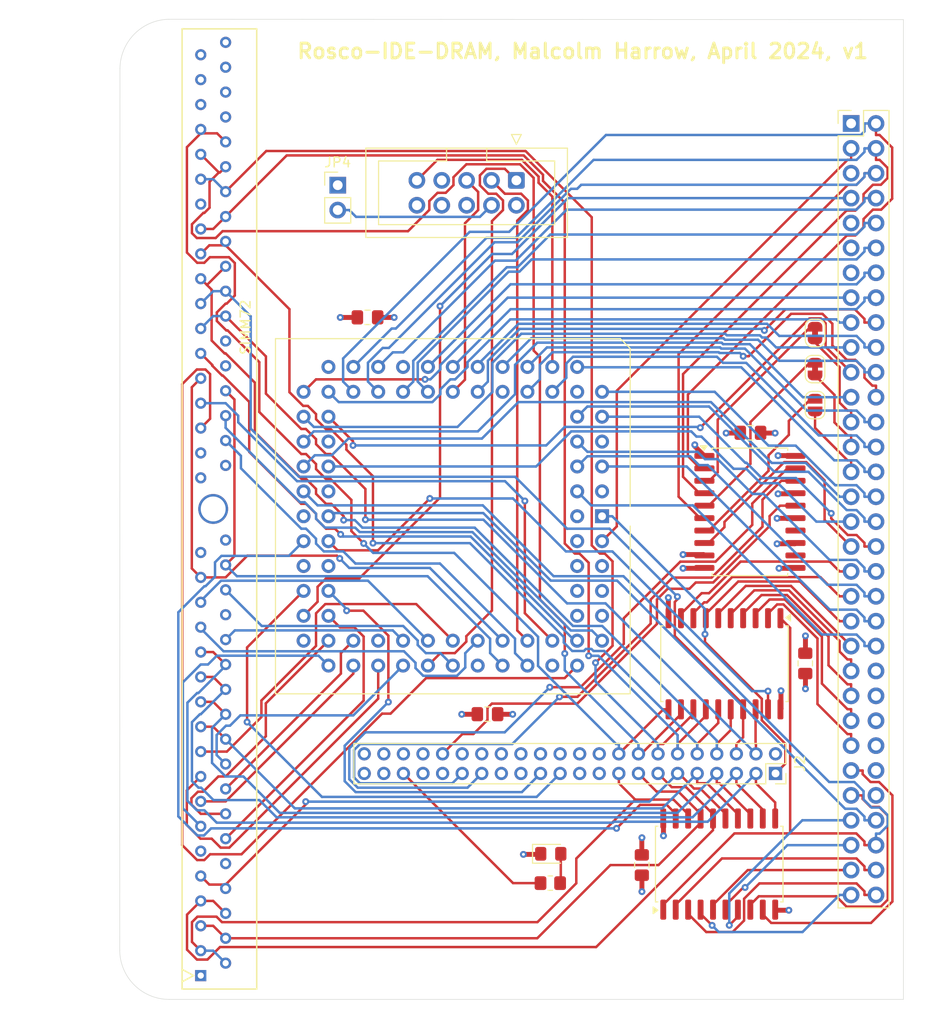
<source format=kicad_pcb>
(kicad_pcb (version 20240108) (generator "pcbnew") (generator_version "8.0")
  (layers (0 "F.Cu" signal) (1 "In1.Cu" power "In1.Cu (GND)") (2 "In2.Cu" power "In2.Cu (PWR)") (31 "B.Cu" signal) (34 "B.Paste" user) (35 "F.Paste" user) (36 "B.SilkS" user "B.Silkscreen") (37 "F.SilkS" user "F.Silkscreen") (38 "B.Mask" user) (39 "F.Mask" user) (44 "Edge.Cuts" user))
  (net 0 "")
  (net 1 "RESET")
  (net 2 "IPL1")
  (net 3 "IOSEL")
  (net 4 "A11")
  (net 5 "A2")
  (net 6 "A4")
  (net 7 "D12")
  (net 8 "A10")
  (net 9 "A16")
  (net 10 "D13")
  (net 11 "EXPSEL")
  (net 12 "A6")
  (net 13 "A19")
  (net 14 "A21")
  (net 15 "D15")
  (net 16 "A22")
  (net 17 "A15")
  (net 18 "D3")
  (net 19 "D2")
  (net 20 "A13")
  (net 21 "A12")
  (net 22 "A7")
  (net 23 "DTACK")
  (net 24 "A23")
  (net 25 "MFPIEO")
  (net 26 "D11")
  (net 27 "A14")
  (net 28 "VMA")
  (net 29 "RW")
  (net 30 "D8")
  (net 31 "D1")
  (net 32 "GND")
  (net 33 "D4")
  (net 34 "IPL0")
  (net 35 "D0")
  (net 36 "D9")
  (net 37 "AS")
  (net 38 "D14")
  (net 39 "+5V")
  (net 40 "A5")
  (net 41 "D7")
  (net 42 "BR")
  (net 43 "A3")
  (net 44 "LDS")
  (net 45 "A1")
  (net 46 "E")
  (net 47 "D6")
  (net 48 "D10")
  (net 49 "A17")
  (net 50 "CPUCLK")
  (net 51 "BERR")
  (net 52 "IPL2")
  (net 53 "BG")
  (net 54 "BGACK")
  (net 55 "D5")
  (net 56 "A20")
  (net 57 "VPA")
  (net 58 "UDS")
  (net 59 "A9")
  (net 60 "A18")
  (net 61 "A8")
  (net 65 "TCK")
  (net 66 "Net-(J1-Pin_4)")
  (net 67 "TMS")
  (net 68 "TDI")
  (net 69 "TDO")
  (net 71 "BD4")
  (net 72 "Net-(D1-A)")
  (net 74 "INTRQ")
  (net 75 "BD13")
  (net 78 "BD3")
  (net 79 "BD7")
  (net 80 "BD0")
  (net 83 "~{CS1}")
  (net 84 "BD1")
  (net 85 "BD6")
  (net 86 "BA2")
  (net 87 "BA0")
  (net 89 "~{DASP}")
  (net 90 "BD14")
  (net 91 "BD15")
  (net 92 "BD8")
  (net 93 "BD9")
  (net 94 "BD12")
  (net 96 "BD11")
  (net 97 "~{BRESET}")
  (net 98 "BD10")
  (net 99 "BD2")
  (net 100 "BD5")
  (net 101 "BA1")
  (net 103 "~{IDERD}")
  (net 104 "Net-(JP1-A)")
  (net 105 "Net-(JP2-A)")
  (net 106 "Net-(JP3-A)")
  (net 107 "LSEL")
  (net 108 "USEL")
  (net 109 "FC1")
  (net 110 "OE1{slash}I")
  (net 111 "FC0")
  (net 112 "CS1")
  (net 113 "~{IDEWR}")
  (net 114 "~{MWE}")
  (net 115 "GCLK3{slash}IO")
  (net 116 "IO64")
  (net 117 "IO66")
  (net 118 "IO65")
  (net 119 "GCL2{slash}I")
  (net 120 "FC2")
  (net 121 "BRESET")
  (net 122 "BA3")
  (net 123 "MA9")
  (net 125 "MA1")
  (net 127 "~{CAS2}")
  (net 128 "MA8")
  (net 129 "MA4")
  (net 130 "~{RAS1}")
  (net 131 "~{RAS0}")
  (net 132 "MA3")
  (net 133 "MA7")
  (net 134 "MA11")
  (net 135 "MA6")
  (net 136 "MA0")
  (net 137 "MA10")
  (net 138 "~{CAS1}")
  (net 141 "~{CAS3}")
  (net 142 "~{CAS0}")
  (net 143 "MA5")
  (net 144 "MA2")
  (footprint "Jumper:SolderJumper-2_P1.3mm_Bridged_RoundedPad1.0x1.5mm" (layer "F.Cu") (at 174.98 70.67 -90)
    (property "Reference" "JP2" (hide yes))
    (property "Value" "SolderJumper_2_Bridged")
  )
  (footprint "Jumper:SolderJumper-2_P1.3mm_Bridged_RoundedPad1.0x1.5mm" (layer "F.Cu") (at 174.98 66.995 -90)
    (property "Reference" "JP1" (hide yes))
    (property "Value" "SolderJumper_2_Bridged")
  )
  (footprint "Package_SO:SOIC-20W_7.5x12.8mm_P1.27mm" (layer "F.Cu") (at 168.33 85.245)
    (property "Reference" "U4" (hide yes))
    (property "Value" "74ACT244")
  )
  (footprint "Connector_PinHeader_2.54mm:PinHeader_1x02_P2.54mm_Vertical" (layer "F.Cu") (at 126.238 51.8997)
    (property "Reference" "JP4")
    (property "Value" "Jumper_2_Bridged" (hide yes))
  )
  (footprint "Capacitor_SMD:C_0805_2012Metric_Pad1.18x1.45mm_HandSolder" (layer "F.Cu") (at 141.53 105.89)
    (property "Reference" "C4" (hide yes))
    (property "Value" "100nF" (hide yes))
  )
  (footprint "Capacitor_SMD:C_0805_2012Metric_Pad1.18x1.45mm_HandSolder" (layer "F.Cu") (at 168.38 77.17 180)
    (property "Reference" "C5" (hide yes))
    (property "Value" "100nF" (hide yes))
  )
  (footprint "LED_SMD:LED_0805_2012Metric_Pad1.15x1.40mm_HandSolder" (layer "F.Cu") (at 147.99 120.14)
    (property "Reference" "D1" (hide yes))
    (property "Value" "Disk Activity LED")
  )
  (footprint "SIMM72:SIMM72" (layer "F.Cu") (at 113.52 84.945 -90)
    (property "Reference" "SIMM72")
    (property "Value" "SIMM72")
  )
  (footprint "Package_LCC:PLCC-84_THT-Socket" (layer "F.Cu") (at 153.23 85.69 -90)
    (property "Reference" "U3" (hide yes))
    (property "Value" "ATF1504")
  )
  (footprint "Capacitor_SMD:C_0805_2012Metric_Pad1.18x1.45mm_HandSolder" (layer "F.Cu") (at 129.28 65.39 180)
    (property "Reference" "C3" (hide yes))
    (property "Value" "100nF" (hide yes))
  )
  (footprint "Capacitor_SMD:C_0805_2012Metric_Pad1.18x1.45mm_HandSolder" (layer "F.Cu") (at 157.29 121.29 -90)
    (property "Reference" "C2" (hide yes))
    (property "Value" "100nF" (hide yes))
  )
  (footprint "Package_SO:SOIC-20W_7.5x12.8mm_P1.27mm" (layer "F.Cu") (at 165.73 100.745 -90)
    (property "Reference" "U2" (hide yes))
    (property "Value" "74ACT245")
  )
  (footprint "Jumper:SolderJumper-2_P1.3mm_Open_RoundedPad1.0x1.5mm" (layer "F.Cu") (at 174.98 74.345 -90)
    (property "Reference" "JP3" (hide yes))
    (property "Value" "SolderJumper_2_Open")
  )
  (footprint "Connector_PinSocket_2.00mm:PinSocket_2x22_P2.00mm_Vertical" (layer "F.Cu") (at 170.945 111.94 -90)
    (property "Reference" "J2")
    (property "Value" "Conn_02x22_Odd_Even" (hide yes))
  )
  (footprint "Package_SO:SOIC-20W_7.5x12.8mm_P1.27mm" (layer "F.Cu") (at 165.195 121.19 90)
    (property "Reference" "U1" (hide yes))
    (property "Value" "74ACT245")
  )
  (footprint "Connector_PinHeader_2.54mm:PinHeader_2x32_P2.54mm_Vertical" (layer "F.Cu") (at 178.662 45.6003)
    (property "Reference" "BUS1" (hide yes))
    (property "Value" "Conn_02x32_Odd_Even" (hide yes))
  )
  (footprint "Connector_IDC:IDC-Header_2x05_P2.54mm_Vertical" (layer "F.Cu") (at 144.48 51.41 -90)
    (property "Reference" "J1" (hide yes))
    (property "Value" "Conn_02x05_Odd_Even" (hide yes))
  )
  (footprint "Capacitor_SMD:C_0805_2012Metric_Pad1.18x1.45mm_HandSolder" (layer "F.Cu") (at 173.98 100.7075 90)
    (property "Reference" "C1" (hide yes))
    (property "Value" "100nF" (hide yes))
  )
  (footprint "Resistor_SMD:R_0805_2012Metric_Pad1.20x1.40mm_HandSolder" (layer "F.Cu") (at 147.945 123.135)
    (property "Reference" "R1" (hide yes))
    (property "Value" "1K")
  )
  (gr_arc (start 104 40) (mid 105.477253 36.468002) (end 108.999274 34.967118) (stroke (width 0.05)) (layer "Edge.Cuts"))
  (gr_line (start 184 135) (end 109.024234 135) (stroke (width 0.05)) (layer "Edge.Cuts"))
  (gr_line (start 184 35) (end 184 135) (stroke (width 0.05)) (layer "Edge.Cuts"))
  (gr_arc (start 109.024234 135) (mid 105.472214 133.538419) (end 103.977508 130.00021) (stroke (width 0.05)) (layer "Edge.Cuts"))
  (gr_line (start 104 40) (end 103.977508 130.00021) (stroke (width 0.05)) (layer "Edge.Cuts"))
  (gr_line (start 184 35) (end 108.999274 34.967118) (stroke (width 0.05)) (layer "Edge.Cuts"))
  (gr_text "Rosco-IDE-DRAM, Malcolm Harrow, April 2024, v1" (at 121.95 39.1 0) (layer "F.SilkS") (effects (font (size 1.5 1.5) (thickness 0.3) (bold yes)) (justify left bottom)))
  (segment (start 165.728 86.2702) (end 165.728 86.8021) (width 0.25) (layer "F.Cu") (net 1))
  (segment (start 171.8332 80.165) (end 165.728 86.2702) (width 0.25) (layer "F.Cu") (net 1))
  (segment (start 175.9538 82.0371) (end 174.0817 80.165) (width 0.25) (layer "F.Cu") (net 1))
  (segment (start 165.728 86.8021) (end 164.1101 88.42) (width 0.25) (layer "F.Cu") (net 1))
  (segment (start 175.9538 86.0721) (end 175.9538 82.0371) (width 0.25) (layer "F.Cu") (net 1))
  (segment (start 174.0817 80.165) (end 171.8332 80.165) (width 0.25) (layer "F.Cu") (net 1))
  (segment (start 164.1101 88.42) (end 163.68 88.42) (width 0.25) (layer "F.Cu") (net 1))
  (segment (start 178.662 88.7803) (end 175.9538 86.0721) (width 0.25) (layer "F.Cu") (net 1))
  (segment (start 178.662 78.6203) (end 178.662 77.4436) (width 0.25) (layer "F.Cu") (net 2))
  (segment (start 176.9639 76.1132) (end 178.2943 77.4436) (width 0.25) (layer "F.Cu") (net 2))
  (segment (start 176.9639 73.3039) (end 176.9639 76.1132) (width 0.25) (layer "F.Cu") (net 2))
  (segment (start 178.2943 77.4436) (end 178.662 77.4436) (width 0.25) (layer "F.Cu") (net 2))
  (segment (start 174.98 71.32) (end 176.9639 73.3039) (width 0.25) (layer "F.Cu") (net 2))
  (segment (start 124.02 71.72) (end 122.75 72.99) (width 0.25) (layer "F.Cu") (net 3))
  (segment (start 135.151 71.72) (end 124.02 71.72) (width 0.25) (layer "F.Cu") (net 3))
  (via (at 135.151 71.72) (size 0.7) (drill 0.3) (layers "F.Cu" "B.Cu") (net 3))
  (segment (start 136.72 70.2519) (end 143.5916 63.3803) (width 0.25) (layer "B.Cu") (net 3))
  (segment (start 136.72 70.7008) (end 136.72 70.2519) (width 0.25) (layer "B.Cu") (net 3))
  (segment (start 178.662 63.3803) (end 177.4853 63.3803) (width 0.25) (layer "B.Cu") (net 3))
  (segment (start 135.7008 71.72) (end 136.72 70.7008) (width 0.25) (layer "B.Cu") (net 3))
  (segment (start 135.151 71.72) (end 135.7008 71.72) (width 0.25) (layer "B.Cu") (net 3))
  (segment (start 143.5916 63.3803) (end 177.4853 63.3803) (width 0.25) (layer "B.Cu") (net 3))
  (segment (start 181.202 71.0003) (end 180.0253 71.0003) (width 0.25) (layer "B.Cu") (net 4))
  (segment (start 169.1596 67.6742) (end 171.309 69.8236) (width 0.25) (layer "B.Cu") (net 4))
  (segment (start 171.309 69.8236) (end 179.2164 69.8236) (width 0.25) (layer "B.Cu") (net 4))
  (segment (start 179.2164 69.8236) (end 180.0253 70.6325) (width 0.25) (layer "B.Cu") (net 4))
  (segment (start 180.0253 70.6325) (end 180.0253 71.0003) (width 0.25) (layer "B.Cu") (net 4))
  (segment (start 165.777 67.6742) (end 169.1596 67.6742) (width 0.25) (layer "B.Cu") (net 4))
  (segment (start 146.0008 67.5192) (end 165.622 67.5192) (width 0.25) (layer "B.Cu") (net 4))
  (segment (start 165.622 67.5192) (end 165.777 67.6742) (width 0.25) (layer "B.Cu") (net 4))
  (segment (start 143.07 70.45) (end 146.0008 67.5192) (width 0.25) (layer "B.Cu") (net 4))
  (segment (start 181.202 48.1403) (end 181.202 49.317) (width 0.25) (layer "F.Cu") (net 5))
  (segment (start 179.932 53.6511) (end 179.932 52.8114) (width 0.25) (layer "F.Cu") (net 5))
  (segment (start 161.4994 71.1803) (end 178.1894 54.4903) (width 0.25) (layer "F.Cu") (net 5))
  (segment (start 178.1894 54.4903) (end 179.0928 54.4903) (width 0.25) (layer "F.Cu") (net 5))
  (segment (start 161.4994 81.6672) (end 161.4994 71.1803) (width 0.25) (layer "F.Cu") (net 5))
  (segment (start 182.3841 51.1775) (end 182.3841 50.1314) (width 0.25) (layer "F.Cu") (net 5))
  (segment (start 179.932 52.8114) (end 180.8864 51.857) (width 0.25) (layer "F.Cu") (net 5))
  (segment (start 180.8864 51.857) (end 181.7046 51.857) (width 0.25) (layer "F.Cu") (net 5))
  (segment (start 181.5697 49.317) (end 181.202 49.317) (width 0.25) (layer "F.Cu") (net 5))
  (segment (start 163.68 83.34) (end 163.1722 83.34) (width 0.25) (layer "F.Cu") (net 5))
  (segment (start 179.0928 54.4903) (end 179.932 53.6511) (width 0.25) (layer "F.Cu") (net 5))
  (segment (start 182.3841 50.1314) (end 181.5697 49.317) (width 0.25) (layer "F.Cu") (net 5))
  (segment (start 181.7046 51.857) (end 182.3841 51.1775) (width 0.25) (layer "F.Cu") (net 5))
  (segment (start 163.1722 83.34) (end 161.4994 81.6672) (width 0.25) (layer "F.Cu") (net 5))
  (segment (start 181.202 48.1403) (end 180.0253 48.1403) (width 0.25) (layer "B.Cu") (net 5))
  (segment (start 180.0253 48.5081) (end 179.2164 49.317) (width 0.25) (layer "B.Cu") (net 5))
  (segment (start 180.0253 48.1403) (end 180.0253 48.5081) (width 0.25) (layer "B.Cu") (net 5))
  (segment (start 141.4303 57.2734) (end 132.1719 66.5318) (width 0.25) (layer "B.Cu") (net 5))
  (segment (start 131.7482 66.5318) (end 127.83 70.45) (width 0.25) (layer "B.Cu") (net 5))
  (segment (start 179.2164 49.317) (end 152.3677 49.317) (width 0.25) (layer "B.Cu") (net 5))
  (segment (start 152.3677 49.317) (end 144.4113 57.2734) (width 0.25) (layer "B.Cu") (net 5))
  (segment (start 144.4113 57.2734) (end 141.4303 57.2734) (width 0.25) (layer "B.Cu") (net 5))
  (segment (start 132.1719 66.5318) (end 131.7482 66.5318) (width 0.25) (layer "B.Cu") (net 5))
  (segment (start 179.2164 54.397) (end 149.6159 54.397) (width 0.25) (layer "B.Cu") (net 6))
  (segment (start 132.9318 68.9626) (end 131.8574 68.9626) (width 0.25) (layer "B.Cu") (net 6))
  (segment (start 181.202 53.2203) (end 180.0253 53.2203) (width 0.25) (layer "B.Cu") (net 6))
  (segment (start 142.295 59.5994) (end 132.9318 68.9626) (width 0.25) (layer "B.Cu") (net 6))
  (segment (start 149.6159 54.397) (end 144.4135 59.5994) (width 0.25) (layer "B.Cu") (net 6))
  (segment (start 144.4135 59.5994) (end 142.295 59.5994) (width 0.25) (layer "B.Cu") (net 6))
  (segment (start 180.0253 53.2203) (end 180.0253 53.5881) (width 0.25) (layer "B.Cu") (net 6))
  (segment (start 131.8574 68.9626) (end 130.37 70.45) (width 0.25) (layer "B.Cu") (net 6))
  (segment (start 180.0253 53.5881) (end 179.2164 54.397) (width 0.25) (layer "B.Cu") (net 6))
  (segment (start 167.9024 92.8006) (end 172.5223 92.8006) (width 0.25) (layer "F.Cu") (net 7))
  (segment (start 165.095 95.608) (end 167.9024 92.8006) (width 0.25) (layer "F.Cu") (net 7))
  (segment (start 172.5223 92.8006) (end 178.662 98.9403) (width 0.25) (layer "F.Cu") (net 7))
  (segment (start 165.095 96.095) (end 165.095 95.608) (width 0.25) (layer "F.Cu") (net 7))
  (segment (start 171.3217 67.2836) (end 170.0847 66.0466) (width 0.25) (layer "B.Cu") (net 8))
  (segment (start 180.0253 68.4603) (end 180.0253 68.0925) (width 0.25) (layer "B.Cu") (net 8))
  (segment (start 179.2164 67.2836) (end 171.3217 67.2836) (width 0.25) (layer "B.Cu") (net 8))
  (segment (start 140.53 70.2105) (end 140.53 70.45) (width 0.25) (layer "B.Cu") (net 8))
  (segment (start 170.0847 66.0466) (end 144.6939 66.0466) (width 0.25) (layer "B.Cu") (net 8))
  (segment (start 180.0253 68.0925) (end 179.2164 67.2836) (width 0.25) (layer "B.Cu") (net 8))
  (segment (start 181.202 68.4603) (end 180.0253 68.4603) (width 0.25) (layer "B.Cu") (net 8))
  (segment (start 144.6939 66.0466) (end 140.53 70.2105) (width 0.25) (layer "B.Cu") (net 8))
  (segment (start 181.202 83.7003) (end 180.0253 83.7003) (width 0.25) (layer "B.Cu") (net 9))
  (segment (start 170.2248 78.4818) (end 164.733 72.99) (width 0.25) (layer "B.Cu") (net 9))
  (segment (start 180.0253 83.3325) (end 179.2164 82.5236) (width 0.25) (layer "B.Cu") (net 9))
  (segment (start 180.0253 83.7003) (end 180.0253 83.3325) (width 0.25) (layer "B.Cu") (net 9))
  (segment (start 164.733 72.99) (end 153.23 72.99) (width 0.25) (layer "B.Cu") (net 9))
  (segment (start 179.2164 82.5236) (end 177.0441 82.5236) (width 0.25) (layer "B.Cu") (net 9))
  (segment (start 173.0023 78.4818) (end 170.2248 78.4818) (width 0.25) (layer "B.Cu") (net 9))
  (segment (start 177.0441 82.5236) (end 173.0023 78.4818) (width 0.25) (layer "B.Cu") (net 9))
  (segment (start 163.825 95.6586) (end 167.1347 92.3489) (width 0.25) (layer "F.Cu") (net 10))
  (segment (start 178.662 96.4003) (end 177.4853 96.4003) (width 0.25) (layer "F.Cu") (net 10))
  (segment (start 167.1347 92.3489) (end 173.4339 92.3489) (width 0.25) (layer "F.Cu") (net 10))
  (segment (start 163.825 96.095) (end 163.825 95.6586) (width 0.25) (layer "F.Cu") (net 10))
  (segment (start 173.4339 92.3489) (end 177.4853 96.4003) (width 0.25) (layer "F.Cu") (net 10))
  (segment (start 139.4921 69.9583) (end 139.4921 70.4566) (width 0.25) (layer "B.Cu") (net 11))
  (segment (start 177.1599 65.5949) (end 143.8555 65.5949) (width 0.25) (layer "B.Cu") (net 11))
  (segment (start 143.8555 65.5949) (end 139.4921 69.9583) (width 0.25) (layer "B.Cu") (net 11))
  (segment (start 178.662 65.9203) (end 177.4853 65.9203) (width 0.25) (layer "B.Cu") (net 11))
  (segment (start 137.7396 71.72) (end 136.72 72.7396) (width 0.25) (layer "B.Cu") (net 11))
  (segment (start 136.72 72.7396) (end 136.72 73.2222) (width 0.25) (layer "B.Cu") (net 11))
  (segment (start 139.4921 70.4566) (end 138.2287 71.72) (width 0.25) (layer "B.Cu") (net 11))
  (segment (start 138.2287 71.72) (end 137.7396 71.72) (width 0.25) (layer "B.Cu") (net 11))
  (segment (start 135.8991 74.0431) (end 126.3431 74.0431) (width 0.25) (layer "B.Cu") (net 11))
  (segment (start 126.3431 74.0431) (end 125.29 72.99) (width 0.25) (layer "B.Cu") (net 11))
  (segment (start 136.72 73.2222) (end 135.8991 74.0431) (width 0.25) (layer "B.Cu") (net 11))
  (segment (start 177.4853 65.9203) (end 177.1599 65.5949) (width 0.25) (layer "B.Cu") (net 11))
  (segment (start 144.7876 60.7279) (end 146.0385 59.477) (width 0.25) (layer "B.Cu") (net 12))
  (segment (start 180.0253 58.6681) (end 180.0253 58.3003) (width 0.25) (layer "B.Cu") (net 12))
  (segment (start 134.408 70.0161) (end 143.6962 60.7279) (width 0.25) (layer "B.Cu") (net 12))
  (segment (start 134.408 71.948) (end 134.408 70.0161) (width 0.25) (layer "B.Cu") (net 12))
  (segment (start 135.45 72.99) (end 134.408 71.948) (width 0.25) (layer "B.Cu") (net 12))
  (segment (start 181.202 58.3003) (end 180.0253 58.3003) (width 0.25) (layer "B.Cu") (net 12))
  (segment (start 146.0385 59.477) (end 179.2164 59.477) (width 0.25) (layer "B.Cu") (net 12))
  (segment (start 143.6962 60.7279) (end 144.7876 60.7279) (width 0.25) (layer "B.Cu") (net 12))
  (segment (start 179.2164 59.477) (end 180.0253 58.6681) (width 0.25) (layer "B.Cu") (net 12))
  (segment (start 180.0253 90.9525) (end 179.2164 90.1436) (width 0.25) (layer "B.Cu") (net 13))
  (segment (start 181.202 91.3203) (end 180.0253 91.3203) (width 0.25) (layer "B.Cu") (net 13))
  (segment (start 180.0253 91.3203) (end 180.0253 90.9525) (width 0.25) (layer "B.Cu") (net 13))
  (segment (start 163.74 79.8608) (end 162.9915 79.1123) (width 0.25) (layer "B.Cu") (net 13))
  (segment (start 176.455 90.1436) (end 169.7237 83.4123) (width 0.25) (layer "B.Cu") (net 13))
  (segment (start 165.0375 79.8608) (end 163.74 79.8608) (width 0.25) (layer "B.Cu") (net 13))
  (segment (start 179.2164 90.1436) (end 176.455 90.1436) (width 0.25) (layer "B.Cu") (net 13))
  (segment (start 162.9915 79.1123) (end 151.7323 79.1123) (width 0.25) (layer "B.Cu") (net 13))
  (segment (start 151.7323 79.1123) (end 150.69 78.07) (width 0.25) (layer "B.Cu") (net 13))
  (segment (start 168.589 83.4123) (end 165.0375 79.8608) (width 0.25) (layer "B.Cu") (net 13))
  (segment (start 169.7237 83.4123) (end 168.589 83.4123) (width 0.25) (layer "B.Cu") (net 13))
  (segment (start 161.8671 80.61) (end 176.4807 95.2236) (width 0.25) (layer "B.Cu") (net 14))
  (segment (start 179.2164 95.2236) (end 180.0253 96.0325) (width 0.25) (layer "B.Cu") (net 14))
  (segment (start 176.4807 95.2236) (end 179.2164 95.2236) (width 0.25) (layer "B.Cu") (net 14))
  (segment (start 153.23 80.61) (end 161.8671 80.61) (width 0.25) (layer "B.Cu") (net 14))
  (segment (start 180.0253 96.0325) (end 180.0253 96.4003) (width 0.25) (layer "B.Cu") (net 14))
  (segment (start 181.202 96.4003) (end 180.0253 96.4003) (width 0.25) (layer "B.Cu") (net 14))
  (segment (start 177.4853 91.3203) (end 176.4823 90.3173) (width 0.25) (layer "F.Cu") (net 15))
  (segment (start 161.285 95.6569) (end 161.285 96.095) (width 0.25) (layer "F.Cu") (net 15))
  (segment (start 164.1528 93.5416) (end 163.4003 93.5416) (width 0.25) (layer "F.Cu") (net 15))
  (segment (start 163.4003 93.5416) (end 161.285 95.6569) (width 0.25) (layer "F.Cu") (net 15))
  (segment (start 167.3771 90.3173) (end 164.1528 93.5416) (width 0.25) (layer "F.Cu") (net 15))
  (segment (start 178.662 91.3203) (end 177.4853 91.3203) (width 0.25) (layer "F.Cu") (net 15))
  (segment (start 176.4823 90.3173) (end 167.3771 90.3173) (width 0.25) (layer "F.Cu") (net 15))
  (segment (start 152.1207 84.5807) (end 162.5107 84.5807) (width 0.25) (layer "B.Cu") (net 16))
  (segment (start 175.6936 97.7636) (end 179.2164 97.7636) (width 0.25) (layer "B.Cu") (net 16))
  (segment (start 180.0253 98.5725) (end 180.0253 98.9403) (width 0.25) (layer "B.Cu") (net 16))
  (segment (start 162.5107 84.5807) (end 175.6936 97.7636) (width 0.25) (layer "B.Cu") (net 16))
  (segment (start 181.202 98.9403) (end 180.0253 98.9403) (width 0.25) (layer "B.Cu") (net 16))
  (segment (start 179.2164 97.7636) (end 180.0253 98.5725) (width 0.25) (layer "B.Cu") (net 16))
  (segment (start 150.69 83.15) (end 152.1207 84.5807) (width 0.25) (layer "B.Cu") (net 16))
  (segment (start 150.7254 70.4854) (end 167.4431 70.4854) (width 0.25) (layer "B.Cu") (net 17))
  (segment (start 150.69 70.45) (end 150.7254 70.4854) (width 0.25) (layer "B.Cu") (net 17))
  (segment (start 167.4431 70.4854) (end 176.9413 79.9836) (width 0.25) (layer "B.Cu") (net 17))
  (segment (start 176.9413 79.9836) (end 179.2164 79.9836) (width 0.25) (layer "B.Cu") (net 17))
  (segment (start 179.2164 79.9836) (end 180.0253 80.7925) (width 0.25) (layer "B.Cu") (net 17))
  (segment (start 181.202 81.1603) (end 180.0253 81.1603) (width 0.25) (layer "B.Cu") (net 17))
  (segment (start 180.0253 80.7925) (end 180.0253 81.1603) (width 0.25) (layer "B.Cu") (net 17))
  (segment (start 178.662 121.8003) (end 177.4853 121.8003) (width 0.25) (layer "F.Cu") (net 18))
  (segment (start 164.56 125.3474) (end 168.1071 121.8003) (width 0.25) (layer "F.Cu") (net 18))
  (segment (start 164.56 125.84) (end 164.56 125.3474) (width 0.25) (layer "F.Cu") (net 18))
  (segment (start 168.1071 121.8003) (end 177.4853 121.8003) (width 0.25) (layer "F.Cu") (net 18))
  (segment (start 163.29 126.2707) (end 163.29 125.84) (width 0.25) (layer "F.Cu") (net 19))
  (segment (start 164.4668 127.4475) (end 163.29 126.2707) (width 0.25) (layer "F.Cu") (net 19))
  (via (at 164.4668 127.4475) (size 0.7) (drill 0.3) (layers "F.Cu" "B.Cu") (net 19))
  (segment (start 173.6981 128.1275) (end 165.1468 128.1275) (width 0.25) (layer "B.Cu") (net 19))
  (segment (start 165.1468 128.1275) (end 164.4668 127.4475) (width 0.25) (layer "B.Cu") (net 19))
  (segment (start 177.4853 124.3403) (end 173.6981 128.1275) (width 0.25) (layer "B.Cu") (net 19))
  (segment (start 178.662 124.3403) (end 177.4853 124.3403) (width 0.25) (layer "B.Cu") (net 19))
  (segment (start 167.8188 68.5776) (end 174.1448 74.9036) (width 0.25) (layer "B.Cu") (net 20))
  (segment (start 179.2164 74.9036) (end 180.0253 75.7125) (width 0.25) (layer "B.Cu") (net 20))
  (segment (start 181.202 76.0803) (end 180.0253 76.0803) (width 0.25) (layer "B.Cu") (net 20))
  (segment (start 180.0253 75.7125) (end 180.0253 76.0803) (width 0.25) (layer "B.Cu") (net 20))
  (segment (start 145.61 70.45) (end 147.6006 68.4594) (width 0.25) (layer "B.Cu") (net 20))
  (segment (start 174.1448 74.9036) (end 179.2164 74.9036) (width 0.25) (layer "B.Cu") (net 20))
  (segment (start 165.4028 68.5776) (end 167.8188 68.5776) (width 0.25) (layer "B.Cu") (net 20))
  (segment (start 147.6006 68.4594) (end 165.2846 68.4594) (width 0.25) (layer "B.Cu") (net 20))
  (segment (start 165.2846 68.4594) (end 165.4028 68.5776) (width 0.25) (layer "B.Cu") (net 20))
  (segment (start 180.0253 70.6628) (end 180.0253 71.5547) (width 0.25) (layer "F.Cu") (net 21))
  (segment (start 172.5334 65.0275) (end 175.7348 65.0275) (width 0.25) (layer "F.Cu") (net 21))
  (segment (start 176.7461 66.0388) (end 176.7461 68.2601) (width 0.25) (layer "F.Cu") (net 21))
  (segment (start 178.2163 69.7303) (end 179.0928 69.7303) (width 0.25) (layer "F.Cu") (net 21))
  (segment (start 175.7348 65.0275) (end 176.7461 66.0388) (width 0.25) (layer "F.Cu") (net 21))
  (segment (start 168.2039 69.357) (end 172.5334 65.0275) (width 0.25) (layer "F.Cu") (net 21))
  (segment (start 167.6409 69.357) (end 168.2039 69.357) (width 0.25) (layer "F.Cu") (net 21))
  (segment (start 180.8342 72.3636) (end 181.202 72.3636) (width 0.25) (layer "F.Cu") (net 21))
  (segment (start 176.7461 68.2601) (end 178.2163 69.7303) (width 0.25) (layer "F.Cu") (net 21))
  (segment (start 181.202 73.5403) (end 181.202 72.3636) (width 0.25) (layer "F.Cu") (net 21))
  (segment (start 179.0928 69.7303) (end 180.0253 70.6628) (width 0.25) (layer "F.Cu") (net 21))
  (segment (start 180.0253 71.5547) (end 180.8342 72.3636) (width 0.25) (layer "F.Cu") (net 21))
  (via (at 167.6409 69.357) (size 0.7) (drill 0.3) (layers "F.Cu" "B.Cu") (net 21))
  (segment (start 146.88 71.72) (end 146.88 70.2302) (width 0.25) (layer "B.Cu") (net 21))
  (segment (start 165.1348 68.9484) (end 165.2157 69.0293) (width 0.25) (layer "B.Cu") (net 21))
  (segment (start 167.3132 69.0293) (end 167.6409 69.357) (width 0.25) (layer "B.Cu") (net 21))
  (segment (start 165.2157 69.0293) (end 167.3132 69.0293) (width 0.25) (layer "B.Cu") (net 21))
  (segment (start 146.88 70.2302) (end 148.1618 68.9484) (width 0.25) (layer "B.Cu") (net 21))
  (segment (start 148.1618 68.9484) (end 165.1348 68.9484) (width 0.25) (layer "B.Cu") (net 21))
  (segment (start 145.61 72.99) (end 146.88 71.72) (width 0.25) (layer "B.Cu") (net 21))
  (segment (start 180.0253 60.8403) (end 180.0253 61.2081) (width 0.25) (layer "B.Cu") (net 22))
  (segment (start 180.0253 61.2081) (end 179.2164 62.017) (width 0.25) (layer "B.Cu") (net 22))
  (segment (start 181.202 60.8403) (end 180.0253 60.8403) (width 0.25) (layer "B.Cu") (net 22))
  (segment (start 143.883 62.017) (end 135.45 70.45) (width 0.25) (layer "B.Cu") (net 22))
  (segment (start 179.2164 62.017) (end 143.883 62.017) (width 0.25) (layer "B.Cu") (net 22))
  (segment (start 179.2164 115.5436) (end 178.0512 115.5436) (width 0.25) (layer "B.Cu") (net 23))
  (segment (start 180.0253 116.3525) (end 179.2164 115.5436) (width 0.25) (layer "B.Cu") (net 23))
  (segment (start 154.7686 92.261) (end 147.9959 92.261) (width 0.25) (layer "B.Cu") (net 23))
  (segment (start 141.0996 85.3647) (end 125.6153 85.3647) (width 0.25) (layer "B.Cu") (net 23))
  (segment (start 181.202 116.7203) (end 180.0253 116.7203) (width 0.25) (layer "B.Cu") (net 23))
  (segment (start 178.0512 115.5436) (end 154.7686 92.261) (width 0.25) (layer "B.Cu") (net 23))
  (segment (start 147.9959 92.261) (end 141.0996 85.3647) (width 0.25) (layer "B.Cu") (net 23))
  (segment (start 180.0253 116.7203) (end 180.0253 116.3525) (width 0.25) (layer "B.Cu") (net 23))
  (segment (start 125.6153 85.3647) (end 125.29 85.69) (width 0.25) (layer "B.Cu") (net 23))
  (segment (start 166.365 95.6625) (end 168.7752 93.2523) (width 0.25) (layer "F.Cu") (net 26))
  (segment (start 168.7752 93.2523) (end 172.3139 93.2523) (width 0.25) (layer "F.Cu") (net 26))
  (segment (start 177.4853 98.4237) (end 177.4853 99.499) (width 0.25) (layer "F.Cu") (net 26))
  (segment (start 166.365 96.095) (end 166.365 95.6625) (width 0.25) (layer "F.Cu") (net 26))
  (segment (start 178.2899 100.3036) (end 178.662 100.3036) (width 0.25) (layer "F.Cu") (net 26))
  (segment (start 172.3139 93.2523) (end 177.4853 98.4237) (width 0.25) (layer "F.Cu") (net 26))
  (segment (start 177.4853 99.499) (end 178.2899 100.3036) (width 0.25) (layer "F.Cu") (net 26))
  (segment (start 178.662 101.4803) (end 178.662 100.3036) (width 0.25) (layer "F.Cu") (net 26))
  (segment (start 149.5793 70.0929) (end 150.2601 69.4121) (width 0.25) (layer "B.Cu") (net 27))
  (segment (start 167.9484 70.0337) (end 175.3583 77.4436) (width 0.25) (layer "B.Cu") (net 27))
  (segment (start 179.2164 77.4436) (end 180.0253 78.2525) (width 0.25) (layer "B.Cu") (net 27))
  (segment (start 149.5793 71.5607) (end 149.5793 70.0929) (width 0.25) (layer "B.Cu") (net 27))
  (segment (start 148.15 72.99) (end 149.5793 71.5607) (width 0.25) (layer "B.Cu") (net 27))
  (segment (start 181.202 78.6203) (end 180.0253 78.6203) (width 0.25) (layer "B.Cu") (net 27))
  (segment (start 164.9597 69.4121) (end 165.5813 70.0337) (width 0.25) (layer "B.Cu") (net 27))
  (segment (start 180.0253 78.2525) (end 180.0253 78.6203) (width 0.25) (layer "B.Cu") (net 27))
  (segment (start 165.5813 70.0337) (end 167.9484 70.0337) (width 0.25) (layer "B.Cu") (net 27))
  (segment (start 150.2601 69.4121) (end 164.9597 69.4121) (width 0.25) (layer "B.Cu") (net 27))
  (segment (start 175.3583 77.4436) (end 179.2164 77.4436) (width 0.25) (layer "B.Cu") (net 27))
  (segment (start 181.202 119.2603) (end 180.0253 119.2603) (width 0.25) (layer "F.Cu") (net 29))
  (segment (start 180.0253 119.2603) (end 180.0253 118.8926) (width 0.25) (layer "F.Cu") (net 29))
  (segment (start 159.48 125.3281) (end 159.48 125.84) (width 0.25) (layer "F.Cu") (net 29))
  (segment (start 180.0253 118.8926) (end 179.192 118.0593) (width 0.25) (layer "F.Cu") (net 29))
  (segment (start 172.4371 118.0593) (end 166.7488 118.0593) (width 0.25) (layer "F.Cu") (net 29))
  (segment (start 172.4371 97.0871) (end 171.445 96.095) (width 0.25) (layer "F.Cu") (net 29))
  (segment (start 172.4371 118.0593) (end 172.4371 97.0871) (width 0.25) (layer "F.Cu") (net 29))
  (segment (start 179.192 118.0593) (end 172.4371 118.0593) (width 0.25) (layer "F.Cu") (net 29))
  (segment (start 166.7488 118.0593) (end 159.48 125.3281) (width 0.25) (layer "F.Cu") (net 29))
  (segment (start 148.2828 91.8079) (end 141.0542 84.5793) (width 0.25) (layer "B.Cu") (net 29))
  (segment (start 141.0542 84.5793) (end 124.1793 84.5793) (width 0.25) (layer "B.Cu") (net 29))
  (segment (start 182.4006 117.2527) (end 182.4006 116.1925) (width 0.25) (layer "B.Cu") (net 29))
  (segment (start 179.932 113.7495) (end 178.9995 112.817) (width 0.25) (layer "B.Cu") (net 29))
  (segment (start 181.202 119.2603) (end 181.202 118.0836) (width 0.25) (layer "B.Cu") (net 29))
  (segment (start 182.4006 116.1925) (end 181.6255 115.4174) (width 0.25) (layer "B.Cu") (net 29))
  (segment (start 178.9995 112.817) (end 176.4238 112.817) (width 0.25) (layer "B.Cu") (net 29))
  (segment (start 181.202 118.0836) (end 181.5697 118.0836) (width 0.25) (layer "B.Cu") (net 29))
  (segment (start 181.5697 118.0836) (end 182.4006 117.2527) (width 0.25) (layer "B.Cu") (net 29))
  (segment (start 155.4147 91.8079) (end 148.2828 91.8079) (width 0.25) (layer "B.Cu") (net 29))
  (segment (start 181.6255 115.4174) (end 180.7547 115.4174) (width 0.25) (layer "B.Cu") (net 29))
  (segment (start 179.932 114.5947) (end 179.932 113.7495) (width 0.25) (layer "B.Cu") (net 29))
  (segment (start 124.1793 84.5793) (end 122.75 83.15) (width 0.25) (layer "B.Cu") (net 29))
  (segment (start 176.4238 112.817) (end 155.4147 91.8079) (width 0.25) (layer "B.Cu") (net 29))
  (segment (start 180.7547 115.4174) (end 179.932 114.5947) (width 0.25) (layer "B.Cu") (net 29))
  (segment (start 170.175 96.095) (end 170.175 95.6185) (width 0.25) (layer "F.Cu") (net 30))
  (segment (start 171.7475 94.6884) (end 175.2269 98.1678) (width 0.25) (layer "F.Cu") (net 30))
  (segment (start 171.1051 94.6884) (end 171.7475 94.6884) (width 0.25) (layer "F.Cu") (net 30))
  (segment (start 178.662 109.1003) (end 178.662 107.9236) (width 0.25) (layer "F.Cu") (net 30))
  (segment (start 175.2269 104.8562) (end 178.2943 107.9236) (width 0.25) (layer "F.Cu") (net 30))
  (segment (start 170.175 95.6185) (end 171.1051 94.6884) (width 0.25) (layer "F.Cu") (net 30))
  (segment (start 175.2269 98.1678) (end 175.2269 104.8562) (width 0.25) (layer "F.Cu") (net 30))
  (segment (start 178.2943 107.9236) (end 178.662 107.9236) (width 0.25) (layer "F.Cu") (net 30))
  (segment (start 180.0253 123.9726) (end 180.0253 124.3403) (width 0.25) (layer "F.Cu") (net 31))
  (segment (start 162.02 126.2753) (end 163.8702 128.1255) (width 0.25) (layer "F.Cu") (net 31))
  (segment (start 181.202 124.3403) (end 180.0253 124.3403) (width 0.25) (layer "F.Cu") (net 31))
  (segment (start 179.2157 123.163) (end 180.0253 123.9726) (width 0.25) (layer "F.Cu") (net 31))
  (segment (start 169.2968 123.163) (end 179.2157 123.163) (width 0.25) (layer "F.Cu") (net 31))
  (segment (start 167.735 126.9479) (end 167.735 124.7248) (width 0.25) (layer "F.Cu") (net 31))
  (segment (start 162.02 125.84) (end 162.02 126.2753) (width 0.25) (layer "F.Cu") (net 31))
  (segment (start 166.5574 128.1255) (end 167.735 126.9479) (width 0.25) (layer "F.Cu") (net 31))
  (segment (start 167.735 124.7248) (end 169.2968 123.163) (width 0.25) (layer "F.Cu") (net 31))
  (segment (start 163.8702 128.1255) (end 166.5574 128.1255) (width 0.25) (layer "F.Cu") (net 31))
  (segment (start 146.905 120.2) (end 146.965 120.14) (width 0.5) (layer "F.Cu") (net 32))
  (segment (start 170.97 125.9) (end 170.91 125.84) (width 0.5) (layer "F.Cu") (net 32))
  (segment (start 128.237 65.395) (end 128.242 65.39) (width 0.5) (layer "F.Cu") (net 32))
  (segment (start 172.94 91) (end 172.98 90.96) (width 0.5) (layer "F.Cu") (net 32))
  (segment (start 172.3 125.9) (end 170.97 125.9) (width 0.5) (layer "F.Cu") (net 32))
  (segment (start 161.5 91) (end 163.64 91) (width 0.5) (layer "F.Cu") (net 32))
  (segment (start 163.64 91) (end 163.68 90.96) (width 0.5) (layer "F.Cu") (net 32))
  (segment (start 160 96.08) (end 160.015 96.095) (width 0.5) (layer "F.Cu") (net 32))
  (segment (start 142.573 105.895) (end 142.5725 105.895) (width 0.5) (layer "F.Cu") (net 32))
  (segment (start 128.232 65.4) (end 128.237 65.395) (width 0.5) (layer "F.Cu") (net 32))
  (segment (start 171.1 88.5) (end 172.9 88.5) (width 0.5) (layer "F.Cu") (net 32))
  (segment (start 157.3 124) (end 157.3 122.338) (width 0.5) (layer "F.Cu") (net 32))
  (segment (start 167.312 77.2) (end 167.327 77.185) (width 0.5) (layer "F.Cu") (net 32))
  (segment (start 163.59 89.6) (end 163.68 89.69) (width 0.5) (layer "F.Cu") (net 32))
  (segment (start 161.5 89.6) (end 163.59 89.6) (width 0.5) (layer "F.Cu") (net 32))
  (segment (start 142.5725 105.895) (end 142.5675 105.89) (width 0.5) (layer "F.Cu") (net 32))
  (segment (start 172.96 85.9) (end 172.98 85.88) (width 0.5) (layer "F.Cu") (net 32))
  (segment (start 157.29 122.328) (end 157.29 122.3275) (width 0.5) (layer "F.Cu") (net 32))
  (segment (start 172.9 88.5) (end 172.98 88.42) (width 0.5) (layer "F.Cu") (net 32))
  (segment (start 162.7 78.55) (end 163.68 79.53) (width 0.5) (layer "F.Cu") (net 32))
  (segment (start 172.92 83.4) (end 172.98 83.34) (width 0.5) (layer "F.Cu") (net 32))
  (segment (start 167.3275 77.185) (end 167.3425 77.17) (width 0.5) (layer "F.Cu") (net 32))
  (segment (start 128.2375 65.395) (end 128.2425 65.39) (width 0.5) (layer "F.Cu") (net 32))
  (segment (start 128.237 65.395) (end 128.2375 65.395) (width 0.5) (layer "F.Cu") (net 32))
  (segment (start 162.7 78.4) (end 162.7 78.55) (width 0.5) (layer "F.Cu") (net 32))
  (segment (start 160 94) (end 160 96.08) (width 0.5) (layer "F.Cu") (net 32))
  (segment (start 145.2 120.2) (end 146.905 120.2) (width 0.5) (layer "F.Cu") (net 32))
  (segment (start 144.1 105.9) (end 142.578 105.9) (width 0.5) (layer "F.Cu") (net 32))
  (segment (start 126.5 65.4) (end 128.232 65.4) (width 0.5) (layer "F.Cu") (net 32))
  (segment (start 167.327 77.185) (end 167.342 77.17) (width 0.5) (layer "F.Cu") (net 32))
  (segment (start 171.3 91) (end 172.94 91) (width 0.5) (layer "F.Cu") (net 32))
  (segment (start 174 99.65) (end 173.98 99.67) (width 0.5) (layer "F.Cu") (net 32))
  (segment (start 142.578 105.9) (end 142.573 105.895) (width 0.5) (layer "F.Cu") (net 32))
  (segment (start 165.9 77.2) (end 167.312 77.2) (width 0.5) (layer "F.Cu") (net 32))
  (segment (start 171.1 85.9) (end 172.96 85.9) (width 0.5) (layer "F.Cu") (net 32))
  (segment (start 167.327 77.185) (end 167.3275 77.185) (width 0.5) (layer "F.Cu") (net 32))
  (segment (start 171.2 83.4) (end 172.92 83.4) (width 0.5) (layer "F.Cu") (net 32))
  (segment (start 142.573 105.895) (end 142.568 105.89) (width 0.5) (layer "F.Cu") (net 32))
  (segment (start 174 97.9) (end 174 99.65) (width 0.5) (layer "F.Cu") (net 32))
  (segment (start 157.3 122.338) (end 157.29 122.328) (width 0.5) (layer "F.Cu") (net 32))
  (via (at 160 94) (size 0.7) (drill 0.3) (layers "F.Cu" "B.Cu") (net 32))
  (via (at 172.3 125.9) (size 0.7) (drill 0.3) (layers "F.Cu" "B.Cu") (net 32))
  (via (at 161.5 89.6) (size 0.7) (drill 0.3) (layers "F.Cu" "B.Cu") (net 32))
  (via (at 145.2 120.2) (size 0.7) (drill 0.3) (layers "F.Cu" "B.Cu") (net 32))
  (via (at 174 97.9) (size 0.7) (drill 0.3) (layers "F.Cu" "B.Cu") (net 32))
  (via (at 144.1 105.9) (size 0.7) (drill 0.3) (layers "F.Cu" "B.Cu") (net 32))
  (via (at 157.3 124) (size 0.7) (drill 0.3) (layers "F.Cu" "B.Cu") (net 32))
  (via (at 171.1 85.9) (size 0.7) (drill 0.3) (layers "F.Cu" "B.Cu") (net 32))
  (via (at 171.1 88.5) (size 0.7) (drill 0.3) (layers "F.Cu" "B.Cu") (net 32))
  (via (at 126.5 65.4) (size 0.7) (drill 0.3) (layers "F.Cu" "B.Cu") (net 32))
  (via (at 165.9 77.2) (size 0.7) (drill 0.3) (layers "F.Cu" "B.Cu") (net 32))
  (via (at 171.3 91) (size 0.7) (drill 0.3) (layers "F.Cu" "B.Cu") (net 32))
  (via (at 161.5 91) (size 0.7) (drill 0.3) (layers "F.Cu" "B.Cu") (net 32))
  (via (at 171.2 83.4) (size 0.7) (drill 0.3) (layers "F.Cu" "B.Cu") (net 32))
  (via (at 162.7 78.4) (size 0.7) (drill 0.3) (layers "F.Cu" "B.Cu") (net 32))
  (segment (start 167.8326 123.5792) (end 167.6466 123.5792) (width 0.25) (layer "F.Cu") (net 33))
  (segment (start 165.83 125.3958) (end 165.83 125.84) (width 0.25) (layer "F.Cu") (net 33))
  (segment (start 167.6466 123.5792) (end 165.83 125.3958) (width 0.25) (layer "F.Cu") (net 33))
  (via (at 167.8326 123.5792) (size 0.7) (drill 0.3) (layers "F.Cu" "B.Cu") (net 33))
  (segment (start 172.1515 119.2603) (end 167.8326 123.5792) (width 0.25) (layer "B.Cu") (net 33))
  (segment (start 178.662 119.2603) (end 172.1515 119.2603) (width 0.25) (layer "B.Cu") (net 33))
  (segment (start 177.4853 70.4684) (end 177.4853 74.0947) (width 0.25) (layer "F.Cu") (net 34))
  (segment (start 177.4853 74.0947) (end 178.2942 74.9036) (width 0.25) (layer "F.Cu") (net 34))
  (segment (start 174.98 67.645) (end 174.98 67.9631) (width 0.25) (layer "F.Cu") (net 34))
  (segment (start 178.662 76.0803) (end 178.662 74.9036) (width 0.25) (layer "F.Cu") (net 34))
  (segment (start 178.2942 74.9036) (end 178.662 74.9036) (width 0.25) (layer "F.Cu") (net 34))
  (segment (start 174.98 67.9631) (end 177.4853 70.4684) (width 0.25) (layer "F.Cu") (net 34))
  (segment (start 179.2072 120.6145) (end 180.0253 121.4326) (width 0.25) (layer "F.Cu") (net 35))
  (segment (start 180.0253 121.4326) (end 180.0253 121.8003) (width 0.25) (layer "F.Cu") (net 35))
  (segment (start 181.202 121.8003) (end 180.0253 121.8003) (width 0.25) (layer "F.Cu") (net 35))
  (segment (start 160.75 125.3383) (end 165.4738 120.6145) (width 0.25) (layer "F.Cu") (net 35))
  (segment (start 160.75 125.84) (end 160.75 125.3383) (width 0.25) (layer "F.Cu") (net 35))
  (segment (start 165.4738 120.6145) (end 179.2072 120.6145) (width 0.25) (layer "F.Cu") (net 35))
  (segment (start 175.6786 97.9735) (end 175.6786 102.768) (width 0.25) (layer "F.Cu") (net 36))
  (segment (start 168.905 96.095) (end 168.905 95.6167) (width 0.25) (layer "F.Cu") (net 36))
  (segment (start 178.662 106.5603) (end 178.662 105.3836) (width 0.25) (layer "F.Cu") (net 36))
  (segment (start 175.6786 102.768) (end 178.2942 105.3836) (width 0.25) (layer "F.Cu") (net 36))
  (segment (start 171.8905 94.1854) (end 175.6786 97.9735) (width 0.25) (layer "F.Cu") (net 36))
  (segment (start 170.3363 94.1854) (end 171.8905 94.1854) (width 0.25) (layer "F.Cu") (net 36))
  (segment (start 178.2942 105.3836) (end 178.662 105.3836) (width 0.25) (layer "F.Cu") (net 36))
  (segment (start 168.905 95.6167) (end 170.3363 94.1854) (width 0.25) (layer "F.Cu") (net 36))
  (segment (start 175.5222 91.8972) (end 166.5114 91.8972) (width 0.25) (layer "F.Cu") (net 38))
  (segment (start 166.5114 91.8972) (end 163.9327 94.4759) (width 0.25) (layer "F.Cu") (net 38))
  (segment (start 177.4853 93.8603) (end 175.5222 91.8972) (width 0.25) (layer "F.Cu") (net 38))
  (segment (start 162.555 95.5785) (end 162.555 96.095) (width 0.25) (layer "F.Cu") (net 38))
  (segment (start 163.9327 94.4759) (end 163.6576 94.4759) (width 0.25) (layer "F.Cu") (net 38))
  (segment (start 178.662 93.8603) (end 177.4853 93.8603) (width 0.25) (layer "F.Cu") (net 38))
  (segment (start 163.6576 94.4759) (end 162.555 95.5785) (width 0.25) (layer "F.Cu") (net 38))
  (segment (start 140.482 105.9) (end 140.487 105.895) (width 0.5) (layer "F.Cu") (net 39))
  (segment (start 171.2 79.5) (end 172.95 79.5) (width 0.5) (layer "F.Cu") (net 39))
  (segment (start 157.29 120.252) (end 157.29 120.2525) (width 0.5) (layer "F.Cu") (net 39))
  (segment (start 130.323 65.395) (end 130.318 65.39) (width 0.5) (layer "F.Cu") (net 39))
  (segment (start 169.448 77.2) (end 169.433 77.185) (width 0.5) (layer "F.Cu") (net 39))
  (segment (start 130.323 65.395) (end 130.3225 65.395) (width 0.5) (layer "F.Cu") (net 39))
  (segment (start 140.487 105.895) (end 140.4875 105.895) (width 0.5) (layer "F.Cu") (net 39))
  (segment (start 171.5 105.34) (end 171.445 105.395) (width 0.5) (layer "F.Cu") (net 39))
  (segment (start 169.4325 77.185) (end 169.4175 77.17) (width 0.5) (layer "F.Cu") (net 39))
  (segment (start 138.9 105.9) (end 140.482 105.9) (width 0.5) (layer "F.Cu") (net 39))
  (segment (start 130.3225 65.395) (end 130.3175 65.39) (width 0.5) (layer "F.Cu") (net 39))
  (segment (start 174 101.765) (end 173.98 101.745) (width 0.5) (layer "F.Cu") (net 39))
  (segment (start 157.29 118.51) (end 157.3 118.5) (width 0.5) (layer "F.Cu") (net 39))
  (segment (start 159.5 118.3) (end 159.5 116.56) (width 0.5) (layer "F.Cu") (net 39))
  (segment (start 172.95 79.5) (end 172.98 79.53) (width 0.5) (layer "F.Cu") (net 39))
  (segment (start 169.433 77.185) (end 169.4325 77.185) (width 0.5) (layer "F.Cu") (net 39))
  (segment (start 157.29 120.252) (end 157.29 118.51) (width 0.5) (layer "F.Cu") (net 39))
  (segment (start 130.328 65.4) (end 130.323 65.395) (width 0.5) (layer "F.Cu") (net 39))
  (segment (start 132 65.4) (end 130.328 65.4) (width 0.5) (layer "F.Cu") (net 39))
  (segment (start 159.5 116.56) (end 159.48 116.54) (width 0.5) (layer "F.Cu") (net 39))
  (segment (start 171.5 103.5) (end 171.5 105.34) (width 0.5) (layer "F.Cu") (net 39))
  (segment (start 174 103.3) (end 174 101.765) (width 0.5) (layer "F.Cu") (net 39))
  (segment (start 140.4875 105.895) (end 140.4925 105.89) (width 0.5) (layer "F.Cu") (net 39))
  (segment (start 170.9 77.2) (end 169.448 77.2) (width 0.5) (layer "F.Cu") (net 39))
  (segment (start 140.487 105.895) (end 140.492 105.89) (width 0.5) (layer "F.Cu") (net 39))
  (segment (start 169.433 77.185) (end 169.418 77.17) (width 0.5) (layer "F.Cu") (net 39))
  (via (at 171.2 79.5) (size 0.7) (drill 0.3) (layers "F.Cu" "B.Cu") (net 39))
  (via (at 157.3 118.5) (size 0.7) (drill 0.3) (layers "F.Cu" "B.Cu") (net 39))
  (via (at 170.9 77.2) (size 0.7) (drill 0.3) (layers "F.Cu" "B.Cu") (net 39))
  (via (at 132 65.4) (size 0.7) (drill 0.3) (layers "F.Cu" "B.Cu") (net 39))
  (via (at 159.5 118.3) (size 0.7) (drill 0.3) (layers "F.Cu" "B.Cu") (net 39))
  (via (at 138.9 105.9) (size 0.7) (drill 0.3) (layers "F.Cu" "B.Cu") (net 39))
  (via (at 171.5 103.5) (size 0.7) (drill 0.3) (layers "F.Cu" "B.Cu") (net 39))
  (via (at 174 103.3) (size 0.7) (drill 0.3) (layers "F.Cu" "B.Cu") (net 39))
  (segment (start 133.9505 71.9495) (end 133.9505 69.8246) (width 0.25) (layer "B.Cu") (net 40))
  (segment (start 132.91 72.99) (end 133.9505 71.9495) (width 0.25) (layer "B.Cu") (net 40))
  (segment (start 180.0253 56.1281) (end 180.0253 55.7603) (width 0.25) (layer "B.Cu") (net 40))
  (segment (start 133.9505 69.8246) (end 143.4989 60.2762) (width 0.25) (layer "B.Cu") (net 40))
  (segment (start 147.9396 56.937) (end 179.2164 56.937) (width 0.25) (layer "B.Cu") (net 40))
  (segment (start 181.202 55.7603) (end 180.0253 55.7603) (width 0.25) (layer "B.Cu") (net 40))
  (segment (start 143.4989 60.2762) (end 144.6004 60.2762) (width 0.25) (layer "B.Cu") (net 40))
  (segment (start 144.6004 60.2762) (end 147.9396 56.937) (width 0.25) (layer "B.Cu") (net 40))
  (segment (start 179.2164 56.937) (end 180.0253 56.1281) (width 0.25) (layer "B.Cu") (net 40))
  (segment (start 169.64 125.84) (end 169.64 126.3333) (width 0.25) (layer "F.Cu") (net 41))
  (segment (start 169.64 126.3333) (end 170.5092 127.2025) (width 0.25) (layer "F.Cu") (net 41))
  (segment (start 178.662 111.6403) (end 179.8387 111.6403) (width 0.25) (layer "F.Cu") (net 41))
  (segment (start 182.8788 114.1769) (end 181.5189 112.817) (width 0.25) (layer "F.Cu") (net 41))
  (segment (start 170.5092 127.2025) (end 180.6866 127.2025) (width 0.25) (layer "F.Cu") (net 41))
  (segment (start 181.5189 112.817) (end 180.6476 112.817) (width 0.25) (layer "F.Cu") (net 41))
  (segment (start 182.8788 125.0103) (end 182.8788 114.1769) (width 0.25) (layer "F.Cu") (net 41))
  (segment (start 180.6866 127.2025) (end 182.8788 125.0103) (width 0.25) (layer "F.Cu") (net 41))
  (segment (start 180.6476 112.817) (end 179.8387 112.0081) (width 0.25) (layer "F.Cu") (net 41))
  (segment (start 179.8387 112.0081) (end 179.8387 111.6403) (width 0.25) (layer "F.Cu") (net 41))
  (segment (start 179.2164 51.857) (end 178.3343 51.857) (width 0.25) (layer "F.Cu") (net 43))
  (segment (start 180.0253 50.6803) (end 180.0253 51.0481) (width 0.25) (layer "F.Cu") (net 43))
  (segment (start 181.202 50.6803) (end 180.0253 50.6803) (width 0.25) (layer "F.Cu") (net 43))
  (segment (start 178.3343 51.857) (end 161.046 69.1453) (width 0.25) (layer "F.Cu") (net 43))
  (segment (start 180.0253 51.0481) (end 179.2164 51.857) (width 0.25) (layer "F.Cu") (net 43))
  (segment (start 161.046 83.6928) (end 163.2332 85.88) (width 0.25) (layer "F.Cu") (net 43))
  (segment (start 163.2332 85.88) (end 163.68 85.88) (width 0.25) (layer "F.Cu") (net 43))
  (segment (start 161.046 69.1453) (end 161.046 83.6928) (width 0.25) (layer "F.Cu") (net 43))
  (segment (start 150.6893 52.2708) (end 151.1031 51.857) (width 0.25) (layer "B.Cu") (net 43))
  (segment (start 131.4596 68.5124) (end 142.2469 57.7251) (width 0.25) (layer "B.Cu") (net 43))
  (segment (start 151.1031 51.857) (end 179.2164 51.857) (width 0.25) (layer "B.Cu") (net 43))
  (segment (start 150.0527 52.2708) (end 150.6893 52.2708) (width 0.25) (layer "B.Cu") (net 43))
  (segment (start 130.37 72.99) (end 129.3229 71.9429) (width 0.25) (layer "B.Cu") (net 43))
  (segment (start 142.2469 57.7251) (end 144.5984 57.7251) (width 0.25) (layer "B.Cu") (net 43))
  (segment (start 181.202 50.6803) (end 180.0253 50.6803) (width 0.25) (layer "B.Cu") (net 43))
  (segment (start 130.828 68.5124) (end 131.4596 68.5124) (width 0.25) (layer "B.Cu") (net 43))
  (segment (start 129.3229 70.0175) (end 130.828 68.5124) (width 0.25) (layer "B.Cu") (net 43))
  (segment (start 179.2164 51.857) (end 180.0253 51.0481) (width 0.25) (layer "B.Cu") (net 43))
  (segment (start 129.3229 71.9429) (end 129.3229 70.0175) (width 0.25) (layer "B.Cu") (net 43))
  (segment (start 180.0253 51.0481) (end 180.0253 50.6803) (width 0.25) (layer "B.Cu") (net 43))
  (segment (start 144.5984 57.7251) (end 150.0527 52.2708) (width 0.25) (layer "B.Cu") (net 43))
  (segment (start 164.3501 74.0395) (end 170.5617 80.2511) (width 0.25) (layer "B.Cu") (net 44))
  (segment (start 122.75 80.61) (end 123.8955 79.4645) (width 0.25) (layer "B.Cu") (net 44))
  (segment (start 174.0361 80.2511) (end 177.4853 83.7003) (width 0.25) (layer "B.Cu") (net 44))
  (segment (start 178.662 83.7003) (end 177.4853 83.7003) (width 0.25) (layer "B.Cu") (net 44))
  (segment (start 170.5617 80.2511) (end 174.0361 80.2511) (width 0.25) (layer "B.Cu") (net 44))
  (segment (start 144.6835 74.0395) (end 164.3501 74.0395) (width 0.25) (layer "B.Cu") (net 44))
  (segment (start 123.8955 79.4645) (end 125.6202 79.4645) (width 0.25) (layer "B.Cu") (net 44))
  (segment (start 140.962 77.761) (end 144.6835 74.0395) (width 0.25) (layer "B.Cu") (net 44))
  (segment (start 127.3237 77.761) (end 140.962 77.761) (width 0.25) (layer "B.Cu") (net 44))
  (segment (start 125.6202 79.4645) (end 127.3237 77.761) (width 0.25) (layer "B.Cu") (net 44))
  (segment (start 179.932 55.3514) (end 180.8864 54.397) (width 0.25) (layer "F.Cu") (net 45))
  (segment (start 161.9938 79.5464) (end 161.9938 73.268) (width 0.25) (layer "F.Cu") (net 45))
  (segment (start 182.8521 53.28) (end 182.8521 48.0594) (width 0.25) (layer "F.Cu") (net 45))
  (segment (start 163.68 80.8) (end 163.2474 80.8) (width 0.25) (layer "F.Cu") (net 45))
  (segment (start 179.932 56.1911) (end 179.932 55.3514) (width 0.25) (layer "F.Cu") (net 45))
  (segment (start 163.2474 80.8) (end 161.9938 79.5464) (width 0.25) (layer "F.Cu") (net 45))
  (segment (start 181.5697 46.777) (end 181.202 46.777) (width 0.25) (layer "F.Cu") (net 45))
  (segment (start 161.9938 73.268) (end 178.2315 57.0303) (width 0.25) (layer "F.Cu") (net 45))
  (segment (start 182.8521 48.0594) (end 181.5697 46.777) (width 0.25) (layer "F.Cu") (net 45))
  (segment (start 181.202 45.6003) (end 181.202 46.777) (width 0.25) (layer "F.Cu") (net 45))
  (segment (start 181.7351 54.397) (end 182.8521 53.28) (width 0.25) (layer "F.Cu") (net 45))
  (segment (start 179.0928 57.0303) (end 179.932 56.1911) (width 0.25) (layer "F.Cu") (net 45))
  (segment (start 180.8864 54.397) (end 181.7351 54.397) (width 0.25) (layer "F.Cu") (net 45))
  (segment (start 178.2315 57.0303) (end 179.0928 57.0303) (width 0.25) (layer "F.Cu") (net 45))
  (segment (start 180.0253 46.4093) (end 179.6576 46.777) (width 0.25) (layer "B.Cu") (net 45))
  (segment (start 181.202 45.6003) (end 180.0253 45.6003) (width 0.25) (layer "B.Cu") (net 45))
  (segment (start 179.6576 46.777) (end 153.6281 46.777) (width 0.25) (layer "B.Cu") (net 45))
  (segment (start 153.6281 46.777) (end 143.7425 56.6626) (width 0.25) (layer "B.Cu") (net 45))
  (segment (start 139.7102 56.6626) (end 126.7882 69.5846) (width 0.25) (layer "B.Cu") (net 45))
  (segment (start 126.7882 69.5846) (end 126.7882 71.9482) (width 0.25) (layer "B.Cu") (net 45))
  (segment (start 180.0253 45.6003) (end 180.0253 46.4093) (width 0.25) (layer "B.Cu") (net 45))
  (segment (start 126.7882 71.9482) (end 127.83 72.99) (width 0.25) (layer "B.Cu") (net 45))
  (segment (start 143.7425 56.6626) (end 139.7102 56.6626) (width 0.25) (layer "B.Cu") (net 45))
  (segment (start 181.5171 115.357) (end 180.6476 115.357) (width 0.25) (layer "F.Cu") (net 47))
  (segment (start 182.4022 116.2421) (end 181.5171 115.357) (width 0.25) (layer "F.Cu") (net 47))
  (segment (start 177.1343 124.4768) (end 178.1895 125.532) (width 0.25) (layer "F.Cu") (net 47))
  (segment (start 168.37 125.84) (end 168.37 125.3381) (width 0.25) (layer "F.Cu") (net 47))
  (segment (start 181.6953 125.532) (end 182.4022 124.8251) (width 0.25) (layer "F.Cu") (net 47))
  (segment (start 178.662 114.1803) (end 179.8387 114.1803) (width 0.25) (layer "F.Cu") (net 47))
  (segment (start 180.6476 115.357) (end 179.8387 114.5481) (width 0.25) (layer "F.Cu") (net 47))
  (segment (start 179.8387 114.5481) (end 179.8387 114.1803) (width 0.25) (layer "F.Cu") (net 47))
  (segment (start 169.2313 124.4768) (end 177.1343 124.4768) (width 0.25) (layer "F.Cu") (net 47))
  (segment (start 168.37 125.3381) (end 169.2313 124.4768) (width 0.25) (layer "F.Cu") (net 47))
  (segment (start 178.1895 125.532) (end 181.6953 125.532) (width 0.25) (layer "F.Cu") (net 47))
  (segment (start 182.4022 124.8251) (end 182.4022 116.2421) (width 0.25) (layer "F.Cu") (net 47))
  (segment (start 167.635 95.6089) (end 169.5102 93.7337) (width 0.25) (layer "F.Cu") (net 48))
  (segment (start 178.2942 102.8436) (end 178.662 102.8436) (width 0.25) (layer "F.Cu") (net 48))
  (segment (start 176.3554 97.9721) (end 176.3554 100.9048) (width 0.25) (layer "F.Cu") (net 48))
  (segment (start 172.117 93.7337) (end 176.3554 97.9721) (width 0.25) (layer "F.Cu") (net 48))
  (segment (start 167.635 96.095) (end 167.635 95.6089) (width 0.25) (layer "F.Cu") (net 48))
  (segment (start 169.5102 93.7337) (end 172.117 93.7337) (width 0.25) (layer "F.Cu") (net 48))
  (segment (start 176.3554 100.9048) (end 178.2942 102.8436) (width 0.25) (layer "F.Cu") (net 48))
  (segment (start 178.662 104.0203) (end 178.662 102.8436) (width 0.25) (layer "F.Cu") (net 48))
  (segment (start 178.2097 85.0636) (end 179.2164 85.0636) (width 0.25) (layer "B.Cu") (net 49))
  (segment (start 181.202 86.2403) (end 180.0253 86.2403) (width 0.25) (layer "B.Cu") (net 49))
  (segment (start 150.69 75.53) (end 151.7284 74.4916) (width 0.25) (layer "B.Cu") (net 49))
  (segment (start 151.7284 74.4916) (end 164.156 74.4916) (width 0.25) (layer "B.Cu") (net 49))
  (segment (start 164.156 74.4916) (end 170.8167 81.1523) (width 0.25) (layer "B.Cu") (net 49))
  (segment (start 170.8167 81.1523) (end 174.2984 81.1523) (width 0.25) (layer "B.Cu") (net 49))
  (segment (start 180.0253 85.8725) (end 180.0253 86.2403) (width 0.25) (layer "B.Cu") (net 49))
  (segment (start 174.2984 81.1523) (end 178.2097 85.0636) (width 0.25) (layer "B.Cu") (net 49))
  (segment (start 179.2164 85.0636) (end 180.0253 85.8725) (width 0.25) (layer "B.Cu") (net 49))
  (segment (start 178.662 49.317) (end 178.2943 49.317) (width 0.25) (layer "F.Cu") (net 50))
  (segment (start 178.2943 49.317) (end 154.7336 72.8777) (width 0.25) (layer "F.Cu") (net 50))
  (segment (start 154.7336 72.8777) (end 154.7336 86.7264) (width 0.25) (layer "F.Cu") (net 50))
  (segment (start 154.7336 86.7264) (end 153.23 88.23) (width 0.25) (layer "F.Cu") (net 50))
  (segment (start 178.662 48.1403) (end 178.662 49.317) (width 0.25) (layer "F.Cu") (net 50))
  (segment (start 174.98 76.6693) (end 174.98 74.995) (width 0.25) (layer "F.Cu") (net 52))
  (segment (start 178.2943 79.9836) (end 174.98 76.6693) (width 0.25) (layer "F.Cu") (net 52))
  (segment (start 178.662 81.1603) (end 178.662 79.9836) (width 0.25) (layer "F.Cu") (net 52))
  (segment (start 178.662 79.9836) (end 178.2943 79.9836) (width 0.25) (layer "F.Cu") (net 52))
  (segment (start 166.2201 127.433) (end 167.1 126.5531) (width 0.25) (layer "F.Cu") (net 55))
  (segment (start 167.1 126.5531) (end 167.1 125.84) (width 0.25) (layer "F.Cu") (net 55))
  (via (at 166.2201 127.433) (size 0.7) (drill 0.3) (layers "F.Cu" "B.Cu") (net 55))
  (segment (start 173.6801 116.7203) (end 166.2201 124.1803) (width 0.25) (layer "B.Cu") (net 55))
  (segment (start 178.662 116.7203) (end 173.6801 116.7203) (width 0.25) (layer "B.Cu") (net 55))
  (segment (start 166.2201 124.1803) (end 166.2201 127.433) (width 0.25) (layer "B.Cu") (net 55))
  (segment (start 163.1294 80.4716) (end 164.0326 80.4716) (width 0.25) (layer "B.Cu") (net 56))
  (segment (start 181.202 93.8603) (end 180.0253 93.8603) (width 0.25) (layer "B.Cu") (net 56))
  (segment (start 150.69 80.61) (end 151.7318 79.5682) (width 0.25) (layer "B.Cu") (net 56))
  (segment (start 164.0326 80.4716) (end 176.2446 92.6836) (width 0.25) (layer "B.Cu") (net 56))
  (segment (start 151.7318 79.5682) (end 162.226 79.5682) (width 0.25) (layer "B.Cu") (net 56))
  (segment (start 180.0253 93.4925) (end 180.0253 93.8603) (width 0.25) (layer "B.Cu") (net 56))
  (segment (start 179.2164 92.6836) (end 180.0253 93.4925) (width 0.25) (layer "B.Cu") (net 56))
  (segment (start 162.226 79.5682) (end 163.1294 80.4716) (width 0.25) (layer "B.Cu") (net 56))
  (segment (start 176.2446 92.6836) (end 179.2164 92.6836) (width 0.25) (layer "B.Cu") (net 56))
  (segment (start 124.1793 94.4207) (end 124.1793 92.8937) (width 0.25) (layer "F.Cu") (net 57))
  (segment (start 128.4538 92.021) (end 136.6822 83.7926) (width 0.25) (layer "F.Cu") (net 57))
  (segment (start 122.75 95.85) (end 124.1793 94.4207) (width 0.25) (layer "F.Cu") (net 57))
  (segment (start 125.052 92.021) (end 128.4538 92.021) (width 0.25) (layer "F.Cu") (net 57))
  (segment (start 136.6822 83.7926) (end 136.6822 64.2467) (width 0.25) (layer "F.Cu") (net 57))
  (segment (start 124.1793 92.8937) (end 125.052 92.021) (width 0.25) (layer "F.Cu") (net 57))
  (via (at 136.6822 64.2467) (size 0.7) (drill 0.3) (layers "F.Cu" "B.Cu") (net 57))
  (segment (start 144.0412 58.9211) (end 149.742 53.2203) (width 0.25) (layer "B.Cu") (net 57))
  (segment (start 136.6822 64.2467) (end 142.0078 58.9211) (width 0.25) (layer "B.Cu") (net 57))
  (segment (start 142.0078 58.9211) (end 144.0412 58.9211) (width 0.25) (layer "B.Cu") (net 57))
  (segment (start 149.742 53.2203) (end 177.4853 53.2203) (width 0.25) (layer "B.Cu") (net 57))
  (segment (start 178.662 53.2203) (end 177.4853 53.2203) (width 0.25) (layer "B.Cu") (net 57))
  (segment (start 171.1907 82.3167) (end 175.1143 86.2403) (width 0.25) (layer "B.Cu") (net 58))
  (segment (start 125.29 80.61) (end 146.4998 80.61) (width 0.25) (layer "B.Cu") (net 58))
  (segment (start 162.3358 77.0271) (end 162.8699 77.5612) (width 0.25) (layer "B.Cu") (net 58))
  (segment (start 150.0827 77.0271) (end 162.3358 77.0271) (width 0.25) (layer "B.Cu") (net 58))
  (segment (start 175.1143 86.2403) (end 178.662 86.2403) (width 0.25) (layer "B.Cu") (net 58))
  (segment (start 167.951 80.8468) (end 169.4209 82.3167) (width 0.25) (layer "B.Cu") (net 58))
  (segment (start 166.6623 80.8468) (end 167.951 80.8468) (width 0.25) (layer "B.Cu") (net 58))
  (segment (start 163.3767 77.5612) (end 166.6623 80.8468) (width 0.25) (layer "B.Cu") (net 58))
  (segment (start 169.4209 82.3167) (end 171.1907 82.3167) (width 0.25) (layer "B.Cu") (net 58))
  (segment (start 162.8699 77.5612) (end 163.3767 77.5612) (width 0.25) (layer "B.Cu") (net 58))
  (segment (start 146.4998 80.61) (end 150.0827 77.0271) (width 0.25) (layer "B.Cu") (net 58))
  (segment (start 179.0485 64.5758) (end 171.9545 64.5758) (width 0.25) (layer "F.Cu") (net 59))
  (segment (start 180.0253 65.5526) (end 179.0485 64.5758) (width 0.25) (layer "F.Cu") (net 59))
  (segment (start 181.202 65.9203) (end 180.0253 65.9203) (width 0.25) (layer "F.Cu") (net 59))
  (segment (start 180.0253 65.9203) (end 180.0253 65.5526) (width 0.25) (layer "F.Cu") (net 59))
  (segment (start 171.9545 64.5758) (end 169.8057 66.7246) (width 0.25) (layer "F.Cu") (net 59))
  (via (at 169.8057 66.7246) (size 0.7) (drill 0.3) (layers "F.Cu" "B.Cu") (net 59))
  (segment (start 169.8057 66.7246) (end 169.6475 66.5664) (width 0.25) (layer "B.Cu") (net 59))
  (segment (start 169.6475 66.5664) (end 144.8191 66.5664) (width 0.25) (layer "B.Cu") (net 59))
  (segment (start 141.5715 69.814) (end 141.5715 71.9485) (width 0.25) (layer "B.Cu") (net 59))
  (segment (start 141.5715 71.9485) (end 140.53 72.99) (width 0.25) (layer "B.Cu") (net 59))
  (segment (start 144.8191 66.5664) (end 141.5715 69.814) (width 0.25) (layer "B.Cu") (net 59))
  (segment (start 181.202 88.7803) (end 180.0253 88.7803) (width 0.25) (layer "F.Cu") (net 60))
  (segment (start 180.0253 88.7803) (end 180.0253 88.4125) (width 0.25) (layer "F.Cu") (net 60))
  (segment (start 180.0253 88.4125) (end 179.2164 87.6036) (width 0.25) (layer "F.Cu") (net 60))
  (segment (start 179.2164 87.6036) (end 178.3177 87.6036) (width 0.25) (layer "F.Cu") (net 60))
  (segment (start 178.3177 87.6036) (end 176.6305 85.9164) (width 0.25) (layer "F.Cu") (net 60))
  (segment (start 176.6305 85.9164) (end 176.6305 85.3916) (width 0.25) (layer "F.Cu") (net 60))
  (via (at 176.6305 85.3916) (size 0.7) (drill 0.3) (layers "F.Cu" "B.Cu") (net 60))
  (segment (start 173.0289 81.79) (end 176.6305 85.3916) (width 0.25) (layer "B.Cu") (net 60))
  (segment (start 163.1474 75.53) (end 167.8522 80.2348) (width 0.25) (layer "B.Cu") (net 60))
  (segment (start 153.23 75.53) (end 163.1474 75.53) (width 0.25) (layer "B.Cu") (net 60))
  (segment (start 169.5351 81.79) (end 173.0289 81.79) (width 0.25) (layer "B.Cu") (net 60))
  (segment (start 167.9799 80.2348) (end 169.5351 81.79) (width 0.25) (layer "B.Cu") (net 60))
  (segment (start 167.8522 80.2348) (end 167.9799 80.2348) (width 0.25) (layer "B.Cu") (net 60))
  (segment (start 180.0253 63.7481) (end 179.2164 64.557) (width 0.25) (layer "B.Cu") (net 61))
  (segment (start 181.202 63.3803) (end 180.0253 63.3803) (width 0.25) (layer "B.Cu") (net 61))
  (segment (start 179.2164 64.557) (end 143.883 64.557) (width 0.25) (layer "B.Cu") (net 61))
  (segment (start 180.0253 63.3803) (end 180.0253 63.7481) (width 0.25) (layer "B.Cu") (net 61))
  (segment (start 143.883 64.557) (end 137.99 70.45) (width 0.25) (layer "B.Cu") (net 61))
  (segment (start 135.45 100.93) (end 136.72 99.66) (width 0.25) (layer "F.Cu") (net 65))
  (segment (start 141.6141 52.7733) (end 140.7541 51.9133) (width 0.25) (layer "F.Cu") (net 65))
  (segment (start 141.9871 55.5671) (end 143.1167 54.4375) (width 0.25) (layer "F.Cu") (net 65))
  (segment (start 138.1953 99.66) (end 139.3686 98.4867) (width 0.25) (layer "F.Cu") (net 65))
  (segment (start 141.9871 95.3105) (end 141.9871 55.5671) (width 0.25) (layer "F.Cu") (net 65))
  (segment (start 140.7541 50.8987) (end 141.4268 50.226) (width 0.25) (layer "F.Cu") (net 65))
  (segment (start 140.7541 51.9133) (end 140.7541 50.8987) (width 0.25) (layer "F.Cu") (net 65))
  (segment (start 143.1167 53.4625) (end 142.4275 52.7733) (width 0.25) (layer "F.Cu") (net 65))
  (segment (start 139.3686 98.4867) (end 139.3686 97.929) (width 0.25) (layer "F.Cu") (net 65))
  (segment (start 139.3686 97.929) (end 141.9871 95.3105) (width 0.25) (layer "F.Cu") (net 65))
  (segment (start 143.296 50.226) (end 144.48 51.41) (width 0.25) (layer "F.Cu") (net 65))
  (segment (start 143.1167 54.4375) (end 143.1167 53.4625) (width 0.25) (layer "F.Cu") (net 65))
  (segment (start 141.4268 50.226) (end 143.296 50.226) (width 0.25) (layer "F.Cu") (net 65))
  (segment (start 142.4275 52.7733) (end 141.6141 52.7733) (width 0.25) (layer "F.Cu") (net 65))
  (segment (start 136.72 99.66) (end 138.1953 99.66) (width 0.25) (layer "F.Cu") (net 65))
  (segment (start 126.238 54.4397) (end 127.4147 54.4397) (width 0.25) (layer "B.Cu") (net 66))
  (segment (start 128.1071 55.1321) (end 127.4147 54.4397) (width 0.25) (layer "B.Cu") (net 66))
  (segment (start 140.7579 55.1321) (end 128.1071 55.1321) (width 0.25) (layer "B.Cu") (net 66))
  (segment (start 141.94 53.95) (end 140.7579 55.1321) (width 0.25) (layer "B.Cu") (net 66))
  (segment (start 139.2335 71.7465) (end 139.2335 55.7807) (width 0.25) (layer "F.Cu") (net 67))
  (segment (start 140.5767 52.5867) (end 139.4 51.41) (width 0.25) (layer "F.Cu") (net 67))
  (segment (start 139.2335 55.7807) (end 140.5767 54.4375) (width 0.25) (layer "F.Cu") (net 67))
  (segment (start 137.99 72.99) (end 139.2335 71.7465) (width 0.25) (layer "F.Cu") (net 67))
  (segment (start 140.5767 54.4375) (end 140.5767 52.5867) (width 0.25) (layer "F.Cu") (net 67))
  (segment (start 146.7467 51.0199) (end 145.0423 49.3155) (width 0.25) (layer "F.Cu") (net 68))
  (segment (start 145.0423 49.3155) (end 136.4145 49.3155) (width 0.25) (layer "F.Cu") (net 68))
  (segment (start 136.4145 49.3155) (end 134.32 51.41) (width 0.25) (layer "F.Cu") (net 68))
  (segment (start 148.15 53.062) (end 146.7467 51.6587) (width 0.25) (layer "F.Cu") (net 68))
  (segment (start 148.15 70.45) (end 148.15 53.062) (width 0.25) (layer "F.Cu") (net 68))
  (segment (start 146.7467 51.6587) (end 146.7467 51.0199) (width 0.25) (layer "F.Cu") (net 68))
  (segment (start 144.5682 55.526) (end 145.6567 54.4375) (width 0.25) (layer "F.Cu") (net 69))
  (segment (start 143.3033 52.7733) (end 141.94 51.41) (width 0.25) (layer "F.Cu") (net 69))
  (segment (start 144.5682 97.3482) (end 144.5682 55.526) (width 0.25) (layer "F.Cu") (net 69))
  (segment (start 144.9675 52.7733) (end 143.3033 52.7733) (width 0.25) (layer "F.Cu") (net 69))
  (segment (start 145.6567 54.4375) (end 145.6567 53.4625) (width 0.25) (layer "F.Cu") (net 69))
  (segment (start 145.6567 53.4625) (end 144.9675 52.7733) (width 0.25) (layer "F.Cu") (net 69))
  (segment (start 145.61 98.39) (end 144.5682 97.3482) (width 0.25) (layer "F.Cu") (net 69))
  (segment (start 167.1 116.54) (end 167.1 116.095) (width 0.25) (layer "F.Cu") (net 71))
  (segment (start 112.25 107.17) (end 113.52 107.17) (width 0.25) (layer "F.Cu") (net 71))
  (segment (start 167.1 116.095) (end 163.9467 112.9417) (width 0.25) (layer "F.Cu") (net 71))
  (segment (start 162.945 111.94) (end 162.945 112.9417) (width 0.25) (layer "F.Cu") (net 71))
  (segment (start 113.52 107.17) (end 114.79 108.44) (width 0.25) (layer "F.Cu") (net 71))
  (segment (start 163.9467 112.9417) (end 162.945 112.9417) (width 0.25) (layer "F.Cu") (net 71))
  (segment (start 121.8536 115.5036) (end 114.79 108.44) (width 0.25) (layer "B.Cu") (net 71))
  (segment (start 159.3814 115.5036) (end 121.8536 115.5036) (width 0.25) (layer "B.Cu") (net 71))
  (segment (start 162.945 111.94) (end 159.3814 115.5036) (width 0.25) (layer "B.Cu") (net 71))
  (segment (start 149.015 123.065) (end 149.015 120.14) (width 0.25) (layer "F.Cu") (net 72))
  (segment (start 148.945 123.135) (end 149.015 123.065) (width 0.25) (layer "F.Cu") (net 72))
  (segment (start 168.5671 84.3893) (end 168.5671 86.5729) (width 0.25) (layer "F.Cu") (net 74))
  (segment (start 168.5671 86.5729) (end 164.8167 90.3233) (width 0.25) (layer "F.Cu") (net 74))
  (segment (start 172.98 80.8) (end 172.1564 80.8) (width 0.25) (layer "F.Cu") (net 74))
  (segment (start 172.1564 80.8) (end 168.5671 84.3893) (width 0.25) (layer "F.Cu") (net 74))
  (segment (start 155.4472 96.0949) (end 155.4472 98.7166) (width 0.25) (layer "F.Cu") (net 74))
  (segment (start 164.8167 90.3233) (end 161.2188 90.3233) (width 0.25) (layer "F.Cu") (net 74))
  (segment (start 155.4472 98.7166) (end 151.0248 103.139) (width 0.25) (layer "F.Cu") (net 74))
  (segment (start 151.0248 103.139) (end 147.8924 103.139) (width 0.25) (layer "F.Cu") (net 74))
  (segment (start 161.2188 90.3233) (end 155.4472 96.0949) (width 0.25) (layer "F.Cu") (net 74))
  (via (at 147.8924 103.139) (size 0.7) (drill 0.3) (layers "F.Cu" "B.Cu") (net 74))
  (segment (start 143.2886 107.7428) (end 147.8924 103.139) (width 0.25) (layer "B.Cu") (net 74))
  (segment (start 127.4196 109.3826) (end 129.0594 107.7428) (width 0.25) (layer "B.Cu") (net 74))
  (segment (start 129.0594 107.7428) (end 143.2886 107.7428) (width 0.25) (layer "B.Cu") (net 74))
  (segment (start 127.4196 112.5336) (end 127.4196 109.3826) (width 0.25) (layer "B.Cu") (net 74))
  (segment (start 128.2804 113.3944) (end 127.4196 112.5336) (width 0.25) (layer "B.Cu") (net 74))
  (segment (start 140.945 111.94) (end 139.4906 113.3944) (width 0.25) (layer "B.Cu") (net 74))
  (segment (start 139.4906 113.3944) (end 128.2804 113.3944) (width 0.25) (layer "B.Cu") (net 74))
  (segment (start 158.945 108.9383) (end 159.4792 108.9383) (width 0.25) (layer "F.Cu") (net 75))
  (segment (start 153.0144 89.5) (end 153.5068 89.5) (width 0.25) (layer "F.Cu") (net 75))
  (segment (start 152.1752 55.1708) (end 152.1752 88.6608) (width 0.25) (layer "F.Cu") (net 75))
  (segment (start 159.4792 108.9383) (end 162.555 105.8625) (width 0.25) (layer "F.Cu") (net 75))
  (segment (start 154.301 90.2942) (end 154.301 98.9055) (width 0.25) (layer "F.Cu") (net 75))
  (segment (start 162.555 105.8625) (end 162.555 105.395) (width 0.25) (layer "F.Cu") (net 75))
  (segment (start 153.5068 89.5) (end 154.301 90.2942) (width 0.25) (layer "F.Cu") (net 75))
  (segment (start 114.79 52.56) (end 118.9379 48.4121) (width 0.25) (layer "F.Cu") (net 75))
  (segment (start 154.301 98.9055) (end 152.5646 100.6419) (width 0.25) (layer "F.Cu") (net 75))
  (segment (start 152.1752 88.6608) (end 153.0144 89.5) (width 0.25) (layer "F.Cu") (net 75))
  (segment (start 158.945 109.94) (end 158.945 108.9383) (width 0.25) (layer "F.Cu") (net 75))
  (segment (start 145.4165 48.4121) (end 152.1752 55.1708) (width 0.25) (layer "F.Cu") (net 75))
  (segment (start 118.9379 48.4121) (end 145.4165 48.4121) (width 0.25) (layer "F.Cu") (net 75))
  (via (at 152.5646 100.6419) (size 0.7) (drill 0.3) (layers "F.Cu" "B.Cu") (net 75))
  (segment (start 152.5646 102.5579) (end 152.5646 100.6419) (width 0.25) (layer "B.Cu") (net 75))
  (segment (start 113.52 51.29) (end 114.79 52.56) (width 0.25) (layer "B.Cu") (net 75))
  (segment (start 112.25 51.29) (end 113.52 51.29) (width 0.25) (layer "B.Cu") (net 75))
  (segment (start 158.945 109.94) (end 158.945 108.9383) (width 0.25) (layer "B.Cu") (net 75))
  (segment (start 158.945 108.9383) (end 152.5646 102.5579) (width 0.25) (layer "B.Cu") (net 75))
  (segment (start 161.0761 111.94) (end 160.945 111.94) (width 0.25) (layer "F.Cu") (net 78))
  (segment (start 114.79 123.2824) (end 113.1224 123.2824) (width 0.25) (layer "F.Cu") (net 78))
  (segment (start 122.9683 115.1041) (end 122.9683 114.8172) (width 0.25) (layer "F.Cu") (net 78))
  (segment (start 165.83 116.54) (end 165.83 116.0509) (width 0.25) (layer "F.Cu") (net 78))
  (segment (start 162.6193 113.4832) (end 161.0761 111.94) (width 0.25) (layer "F.Cu") (net 78))
  (segment (start 114.79 123.2824) (end 122.9683 115.1041) (width 0.25) (layer "F.Cu") (net 78))
  (segment (start 113.1224 123.2824) (end 112.25 122.41) (width 0.25) (layer "F.Cu") (net 78))
  (segment (start 114.79 123.68) (end 114.79 123.2824) (width 0.25) (layer "F.Cu") (net 78))
  (segment (start 163.2623 113.4832) (end 162.6193 113.4832) (width 0.25) (layer "F.Cu") (net 78))
  (segment (start 165.83 116.0509) (end 163.2623 113.4832) (width 0.25) (layer "F.Cu") (net 78))
  (via (at 122.9683 114.8172) (size 0.7) (drill 0.3) (layers "F.Cu" "B.Cu") (net 78))
  (segment (start 160.945 111.94) (end 158.0678 114.8172) (width 0.25) (layer "B.Cu") (net 78))
  (segment (start 158.0678 114.8172) (end 122.9683 114.8172) (width 0.25) (layer "B.Cu") (net 78))
  (segment (start 112.25 99.55) (end 113.52 99.55) (width 0.25) (layer "F.Cu") (net 79))
  (segment (start 170.91 116.54) (end 170.91 114.9067) (width 0.25) (layer "F.Cu") (net 79))
  (segment (start 170.91 114.9067) (end 168.945 112.9417) (width 0.25) (layer "F.Cu") (net 79))
  (segment (start 168.945 111.94) (end 168.945 112.9417) (width 0.25) (layer "F.Cu") (net 79))
  (segment (start 113.52 99.55) (end 114.79 100.82) (width 0.25) (layer "F.Cu") (net 79))
  (segment (start 114.79 100.9525) (end 114.79 100.82) (width 0.25) (layer "B.Cu") (net 79))
  (segment (start 154.3315 116.9654) (end 113.8808 116.9654) (width 0.25) (layer "B.Cu") (net 79))
  (segment (start 111.8764 103.7318) (end 112.0107 103.7318) (width 0.25) (layer "B.Cu") (net 79))
  (segment (start 154.4285 116.8684) (end 154.3315 116.9654) (width 0.25) (layer "B.Cu") (net 79))
  (segment (start 110.8873 104.7209) (end 111.8764 103.7318) (width 0.25) (layer "B.Cu") (net 79))
  (segment (start 110.8873 114.7313) (end 110.8873 104.7209) (width 0.25) (layer "B.Cu") (net 79))
  (segment (start 112.0107 103.7318) (end 114.79 100.9525) (width 0.25) (layer "B.Cu") (net 79))
  (segment (start 168.945 111.94) (end 164.0166 116.8684) (width 0.25) (layer "B.Cu") (net 79))
  (segment (start 164.0166 116.8684) (end 154.4285 116.8684) (width 0.25) (layer "B.Cu") (net 79))
  (segment (start 112.6196 115.7042) (end 111.8602 115.7042) (width 0.25) (layer "B.Cu") (net 79))
  (segment (start 113.8808 116.9654) (end 112.6196 115.7042) (width 0.25) (layer "B.Cu") (net 79))
  (segment (start 111.8602 115.7042) (end 110.8873 114.7313) (width 0.25) (layer "B.Cu") (net 79))
  (segment (start 113.8561 126.5564) (end 111.9133 126.5564) (width 0.25) (layer "F.Cu") (net 80))
  (segment (start 146.6283 127.1182) (end 114.4179 127.1182) (width 0.25) (layer "F.Cu") (net 80))
  (segment (start 111.9133 126.5564) (end 111.3518 127.1179) (width 0.25) (layer "F.Cu") (net 80))
  (segment (start 150.5989 123.1476) (end 146.6283 127.1182) (width 0.25) (layer "F.Cu") (net 80))
  (segment (start 114.4179 127.1182) (end 113.8561 126.5564) (width 0.25) (layer "F.Cu") (net 80))
  (segment (start 150.5989 120.6234) (end 150.5989 123.1476) (width 0.25) (layer "F.Cu") (net 80))
  (segment (start 156.6128 114.6095) (end 150.5989 120.6234) (width 0.25) (layer "F.Cu") (net 80))
  (segment (start 162.02 116.1003) (end 160.5292 114.6095) (width 0.25) (layer "F.Cu") (net 80))
  (segment (start 111.3518 127.1179) (end 111.3518 129.1318) (width 0.25) (layer "F.Cu") (net 80))
  (segment (start 154.945 111.94) (end 154.945 112.9417) (width 0.25) (layer "F.Cu") (net 80))
  (segment (start 160.5292 114.6095) (end 156.6128 114.6095) (width 0.25) (layer "F.Cu") (net 80))
  (segment (start 156.6128 114.6095) (end 154.945 112.9417) (width 0.25) (layer "F.Cu") (net 80))
  (segment (start 162.02 116.54) (end 162.02 116.1003) (width 0.25) (layer "F.Cu") (net 80))
  (segment (start 111.3518 129.1318) (end 112.25 130.03) (width 0.25) (layer "F.Cu") (net 80))
  (segment (start 112.25 130.03) (end 113.52 130.03) (width 0.25) (layer "B.Cu") (net 80))
  (segment (start 113.52 130.03) (end 114.79 131.3) (width 0.25) (layer "B.Cu") (net 80))
  (segment (start 163.29 116.0647) (end 161.0165 113.7912) (width 0.25) (layer "F.Cu") (net 84))
  (segment (start 158.7962 113.7912) (end 156.945 111.94) (width 0.25) (layer "F.Cu") (net 84))
  (segment (start 146.613 128.76) (end 114.79 128.76) (width 0.25) (layer "F.Cu") (net 84))
  (segment (start 163.29 116.54) (end 163.29 116.0647) (width 0.25) (layer "F.Cu") (net 84))
  (segment (start 161.0165 113.7912) (end 158.7962 113.7912) (width 0.25) (layer "F.Cu") (net 84))
  (segment (start 163.29 116.54) (end 163.29 116.9925) (width 0.25) (layer "F.Cu") (net 84))
  (segment (start 112.25 127.49) (end 113.52 127.49) (width 0.25) (layer "F.Cu") (net 84))
  (segment (start 158.9925 121.29) (end 154.083 121.29) (width 0.25) (layer "F.Cu") (net 84))
  (segment (start 113.52 127.49) (end 114.79 128.76) (width 0.25) (layer "F.Cu") (net 84))
  (segment (start 154.083 121.29) (end 146.613 128.76) (width 0.25) (layer "F.Cu") (net 84))
  (segment (start 163.29 116.9925) (end 158.9925 121.29) (width 0.25) (layer "F.Cu") (net 84))
  (segment (start 169.64 115.6367) (end 166.945 112.9417) (width 0.25) (layer "F.Cu") (net 85))
  (segment (start 169.64 116.54) (end 169.64 115.6367) (width 0.25) (layer "F.Cu") (net 85))
  (segment (start 113.52 102.09) (end 114.79 103.36) (width 0.25) (layer "F.Cu") (net 85))
  (segment (start 112.25 102.09) (end 113.52 102.09) (width 0.25) (layer "F.Cu") (net 85))
  (segment (start 166.945 111.94) (end 166.945 112.9417) (width 0.25) (layer "F.Cu") (net 85))
  (segment (start 119.9945 116.4167) (end 118.2333 114.6555) (width 0.25) (layer "B.Cu") (net 85))
  (segment (start 112.156 105.9) (end 112.2519 105.9) (width 0.25) (layer "B.Cu") (net 85))
  (segment (start 166.945 111.94) (end 162.4683 116.4167) (width 0.25) (layer "B.Cu") (net 85))
  (segment (start 114.79 103.3619) (end 114.79 103.36) (width 0.25) (layer "B.Cu") (net 85))
  (segment (start 112.2886 113.3955) (end 112.024 113.3955) (width 0.25) (layer "B.Cu") (net 85))
  (segment (start 162.4683 116.4167) (end 119.9945 116.4167) (width 0.25) (layer "B.Cu") (net 85))
  (segment (start 111.3504 106.7056) (end 112.156 105.9) (width 0.25) (layer "B.Cu") (net 85))
  (segment (start 118.2333 114.6555) (end 113.5486 114.6555) (width 0.25) (layer "B.Cu") (net 85))
  (segment (start 112.024 113.3955) (end 111.3504 112.7219) (width 0.25) (layer "B.Cu") (net 85))
  (segment (start 112.2519 105.9) (end 114.79 103.3619) (width 0.25) (layer "B.Cu") (net 85))
  (segment (start 111.3504 112.7219) (end 111.3504 106.7056) (width 0.25) (layer "B.Cu") (net 85))
  (segment (start 113.5486 114.6555) (end 112.2886 113.3955) (width 0.25) (layer "B.Cu") (net 85))
  (segment (start 170.3383 85.6755) (end 170.3383 86.6893) (width 0.25) (layer "F.Cu") (net 86))
  (segment (start 171.4038 84.61) (end 170.3383 85.6755) (width 0.25) (layer "F.Cu") (net 86))
  (segment (start 162.7969 92.4504) (end 162.1559 93.0914) (width 0.25) (layer "F.Cu") (net 86))
  (segment (start 170.3383 86.6893) (end 164.5772 92.4504) (width 0.25) (layer "F.Cu") (net 86))
  (segment (start 140.0948 107.9177) (end 138.9673 107.9177) (width 0.25) (layer "F.Cu") (net 86))
  (segment (start 158.8319 94.1894) (end 158.8319 96.6828) (width 0.25) (layer "F.Cu") (net 86))
  (segment (start 150.7023 104.8124) (end 141.9771 104.8124) (width 0.25) (layer "F.Cu") (net 86))
  (segment (start 162.1559 93.0914) (end 159.9299 93.0914) (width 0.25) (layer "F.Cu") (net 86))
  (segment (start 141.9771 104.8124) (end 141.53 105.2595) (width 0.25) (layer "F.Cu") (net 86))
  (segment (start 141.53 106.4825) (end 140.0948 107.9177) (width 0.25) (layer "F.Cu") (net 86))
  (segment (start 159.9299 93.0914) (end 158.8319 94.1894) (width 0.25) (layer "F.Cu") (net 86))
  (segment (start 141.53 105.2595) (end 141.53 106.4825) (width 0.25) (layer "F.Cu") (net 86))
  (segment (start 172.98 84.61) (end 171.4038 84.61) (width 0.25) (layer "F.Cu") (net 86))
  (segment (start 164.5772 92.4504) (end 162.7969 92.4504) (width 0.25) (layer "F.Cu") (net 86))
  (segment (start 138.9673 107.9177) (end 136.945 109.94) (width 0.25) (layer "F.Cu") (net 86))
  (segment (start 158.8319 96.6828) (end 150.7023 104.8124) (width 0.25) (layer "F.Cu") (net 86))
  (segment (start 144.14 123.135) (end 132.945 111.94) (width 0.25) (layer "F.Cu") (net 89))
  (segment (start 146.945 123.135) (end 144.14 123.135) (width 0.25) (layer "F.Cu") (net 89))
  (segment (start 138.0549 51.894) (end 137.2689 52.68) (width 0.25) (layer "F.Cu") (net 90))
  (segment (start 113.1482 51.554) (end 114.1011 50.6011) (width 0.25) (layer "F.Cu") (net 90))
  (segment (start 114.4745 56.595) (end 113.7771 57.2924) (width 0.25) (layer "F.Cu") (net 90))
  (segment (start 149.42 96.7149) (end 146.88 94.1749) (width 0.25) (layer "F.Cu") (net 90))
  (segment (start 133.4175 56.595) (end 114.4745 56.595) (width 0.25) (layer "F.Cu") (net 90))
  (segment (start 111.8463 57.2924) (end 111.3496 56.7957) (width 0.25) (layer "F.Cu") (net 90))
  (segment (start 136.4291 52.68) (end 135.59 53.5191) (width 0.25) (layer "F.Cu") (net 90))
  (segment (start 139.3739 49.7672) (end 138.0549 51.0862) (width 0.25) (layer "F.Cu") (net 90))
  (segment (start 149.42 96.7149) (end 149.42 99.7) (width 0.25) (layer "F.Cu") (net 90))
  (segment (start 161.285 105.891) (end 161.285 105.395) (width 0.25) (layer "F.Cu") (net 90))
  (segment (start 156.945 109.94) (end 157.236 109.94) (width 0.25) (layer "F.Cu") (net 90))
  (segment (start 157.236 109.94) (end 161.285 105.891) (width 0.25) (layer "F.Cu") (net 90))
  (segment (start 112.6222 54.7282) (end 113.1482 54.2022) (width 0.25) (layer "F.Cu") (net 90))
  (segment (start 137.2689 52.68) (end 136.4291 52.68) (width 0.25) (layer "F.Cu") (net 90))
  (segment (start 113.1482 54.2022) (end 113.1482 51.554) (width 0.25) (layer "F.Cu") (net 90))
  (segment (start 138.0549 51.0862) (end 138.0549 51.894) (width 0.25) (layer "F.Cu") (net 90))
  (segment (start 111.3496 55.8926) (end 112.514 54.7282) (width 0.25) (layer "F.Cu") (net 90))
  (segment (start 114.79 50.02) (end 114.2089 50.6011) (width 0.25) (layer "F.Cu") (net 90))
  (segment (start 135.59 53.5191) (end 135.59 54.4225) (width 0.25) (layer "F.Cu") (net 90))
  (segment (start 114.1011 50.6011) (end 112.25 48.75) (width 0.25) (layer "F.Cu") (net 90))
  (segment (start 114.2089 50.6011) (end 114.1011 50.6011) (width 0.25) (layer "F.Cu") (net 90))
  (segment (start 111.3496 56.7957) (end 111.3496 55.8926) (width 0.25) (layer "F.Cu") (net 90))
  (segment (start 146.2433 68.7769) (end 146.2433 51.1553) (width 0.25) (layer "F.Cu") (net 90))
  (segment (start 146.88 69.4136) (end 146.2433 68.7769) (width 0.25) (layer "F.Cu") (net 90))
  (segment (start 146.88 94.1749) (end 146.88 69.4136) (width 0.25) (layer "F.Cu") (net 90))
  (segment (start 146.2433 51.1553) (end 144.8552 49.7672) (width 0.25) (layer "F.Cu") (net 90))
  (segment (start 135.59 54.4225) (end 133.4175 56.595) (width 0.25) (layer "F.Cu") (net 90))
  (segment (start 144.8552 49.7672) (end 139.3739 49.7672) (width 0.25) (layer "F.Cu") (net 90))
  (segment (start 113.7771 57.2924) (end 111.8463 57.2924) (width 0.25) (layer "F.Cu") (net 90))
  (segment (start 112.514 54.7282) (end 112.6222 54.7282) (width 0.25) (layer "F.Cu") (net 90))
  (via (at 149.42 99.7) (size 0.7) (drill 0.3) (layers "F.Cu" "B.Cu") (net 90))
  (segment (start 156.945 108.9383) (end 149.42 101.4133) (width 0.25) (layer "B.Cu") (net 90))
  (segment (start 156.945 109.94) (end 156.945 108.9383) (width 0.25) (layer "B.Cu") (net 90))
  (segment (start 149.42 101.4133) (end 149.42 99.7) (width 0.25) (layer "B.Cu") (net 90))
  (segment (start 122.5178 79.34) (end 123.0004 79.34) (width 0.25) (layer "F.Cu") (net 91))
  (segment (start 113.8918 64.8864) (end 113.8918 65.7578) (width 0.25) (layer "F.Cu") (net 91))
  (segment (start 115.7274 63.1631) (end 114.9005 63.99) (width 0.25) (layer "F.Cu") (net 91))
  (segment (start 115.1336 59.2517) (end 115.7274 59.8455) (width 0.25) (layer "F.Cu") (net 91))
  (segment (start 154.945 109.94) (end 159.49 105.395) (width 0.25) (layer "F.Cu") (net 91))
  (segment (start 114.9005 63.99) (end 114.7882 63.99) (width 0.25) (layer "F.Cu") (net 91))
  (segment (start 110.8367 58.7712) (end 111.8866 59.8211) (width 0.25) (layer "F.Cu") (net 91))
  (segment (start 123.0004 79.34) (end 124.02 80.3596) (width 0.25) (layer "F.Cu") (net 91))
  (segment (start 113.8918 65.7578) (end 114.8565 66.7225) (width 0.25) (layer "F.Cu") (net 91))
  (segment (start 118.2296 75.0518) (end 122.5178 79.34) (width 0.25) (layer "F.Cu") (net 91))
  (segment (start 127.6289 84.019) (end 127.6289 87.2007) (width 0.25) (layer "F.Cu") (net 91))
  (segment (start 115.7274 59.8455) (end 115.7274 63.1631) (width 0.25) (layer "F.Cu") (net 91))
  (segment (start 111.8866 59.8211) (end 112.6108 59.8211) (width 0.25) (layer "F.Cu") (net 91))
  (segment (start 125.0263 81.88) (end 125.4899 81.88) (width 0.25) (layer "F.Cu") (net 91))
  (segment (start 110.8367 48.0209) (end 110.8367 58.7712) (width 0.25) (layer "F.Cu") (net 91))
  (segment (start 114.9941 66.7225) (end 118.2296 69.958) (width 0.25) (layer "F.Cu") (net 91))
  (segment (start 113.9176 46.6076) (end 114.79 47.48) (width 0.25) (layer "F.Cu") (net 91))
  (segment (start 114.8565 66.7225) (end 114.9941 66.7225) (width 0.25) (layer "F.Cu") (net 91))
  (segment (start 124.02 80.3596) (end 124.02 80.8737) (width 0.25) (layer "F.Cu") (net 91))
  (segment (start 113.1802 59.2517) (end 115.1336 59.2517) (width 0.25) (layer "F.Cu") (net 91))
  (segment (start 159.49 105.395) (end 160.015 105.395) (width 0.25) (layer "F.Cu") (net 91))
  (segment (start 125.4899 81.88) (end 127.6289 84.019) (width 0.25) (layer "F.Cu") (net 91))
  (segment (start 127.6289 87.2007) (end 128.8891 88.4609) (width 0.25) (layer "F.Cu") (net 91))
  (segment (start 112.6108 59.8211) (end 113.1802 59.2517) (width 0.25) (layer "F.Cu") (net 91))
  (segment (start 124.02 80.8737) (end 125.0263 81.88) (width 0.25) (layer "F.Cu") (net 91))
  (segment (start 112.25 46.6076) (end 113.9176 46.6076) (width 0.25) (layer "F.Cu") (net 91))
  (segment (start 118.2296 69.958) (end 118.2296 75.0518) (width 0.25) (layer "F.Cu") (net 91))
  (segment (start 114.7882 63.99) (end 113.8918 64.8864) (width 0.25) (layer "F.Cu") (net 91))
  (segment (start 112.25 46.6076) (end 112.25 46.21) (width 0.25) (layer "F.Cu") (net 91))
  (segment (start 112.25 46.6076) (end 110.8367 48.0209) (width 0.25) (layer "F.Cu") (net 91))
  (via (at 128.8891 88.4609) (size 0.7) (drill 0.3) (layers "F.Cu" "B.Cu") (net 91))
  (segment (start 138.1284 89.4273) (end 129.8555 89.4273) (width 0.25) (layer "B.Cu") (net 91))
  (segment (start 146.6955 100.9678) (end 146.6955 97.9944) (width 0.25) (layer "B.Cu") (net 91))
  (segment (start 154.666 108.9383) (end 146.6955 100.9678) (width 0.25) (layer "B.Cu") (net 91))
  (segment (start 154.945 109.94) (end 154.945 108.9383) (width 0.25) (layer "B.Cu") (net 91))
  (segment (start 129.8555 89.4273) (end 128.8891 88.4609) (width 0.25) (layer "B.Cu") (net 91))
  (segment (start 154.945 108.9383) (end 154.666 108.9383) (width 0.25) (layer "B.Cu") (net 91))
  (segment (start 146.6955 97.9944) (end 138.1284 89.4273) (width 0.25) (layer "B.Cu") (net 91))
  (segment (start 129.0639 86.0414) (end 129.0639 82.9073) (width 0.25) (layer "F.Cu") (net 92))
  (segment (start 125.4966 79.34) (end 125.0305 79.34) (width 0.25) (layer "F.Cu") (net 92))
  (segment (start 124.02 78.3295) (end 124.02 77.8196) (width 0.25) (layer "F.Cu") (net 92))
  (segment (start 124.02 77.8196) (end 122.9844 76.784) (width 0.25) (layer "F.Cu") (net 92))
  (segment (start 168.945 108.9383) (end 168.905 108.8983) (width 0.25) (layer "F.Cu") (net 92))
  (segment (start 168.945 109.94) (end 168.945 108.9383) (width 0.25) (layer "F.Cu") (net 92))
  (segment (start 122.9844 76.784) (end 122.5169 76.784) (width 0.25) (layer "F.Cu") (net 92))
  (segment (start 125.0305 79.34) (end 124.02 78.3295) (width 0.25) (layer "F.Cu") (net 92))
  (segment (start 118.9064 73.1735) (end 118.9064 69.3764) (width 0.25) (layer "F.Cu") (net 92))
  (segment (start 118.9064 69.3764) (end 114.79 65.26) (width 0.25) (layer "F.Cu") (net 92))
  (segment (start 168.905 108.8983) (end 168.905 105.395) (width 0.25) (layer "F.Cu") (net 92))
  (segment (start 129.0639 82.9073) (end 125.4966 79.34) (width 0.25) (layer "F.Cu") (net 92))
  (segment (start 122.5169 76.784) (end 118.9064 73.1735) (width 0.25) (layer "F.Cu") (net 92))
  (via (at 129.0639 86.0414) (size 0.7) (drill 0.3) (layers "F.Cu" "B.Cu") (net 92))
  (segment (start 141.115 86.0414) (end 129.0639 86.0414) (width 0.25) (layer "B.Cu") (net 92))
  (segment (start 149.6536 94.58) (end 141.115 86.0414) (width 0.25) (layer "B.Cu") (net 92))
  (segment (start 168.945 109.94) (end 153.585 94.58) (width 0.25) (layer "B.Cu") (net 92))
  (segment (start 113.52 65.26) (end 112.25 66.53) (width 0.25) (layer "B.Cu") (net 92))
  (segment (start 153.585 94.58) (end 149.6536 94.58) (width 0.25) (layer "B.Cu") (net 92))
  (segment (start 114.79 65.26) (end 113.52 65.26) (width 0.25) (layer "B.Cu") (net 92))
  (segment (start 160.6577 97.9111) (end 160.6577 94.4348) (width 0.25) (layer "F.Cu") (net 93))
  (segment (start 166.945 108.9383) (end 167.635 108.2483) (width 0.25) (layer "F.Cu") (net 93))
  (segment (start 167.635 108.2483) (end 167.635 105.395) (width 0.25) (layer "F.Cu") (net 93))
  (segment (start 160.6577 94.4348) (end 160.9254 94.1671) (width 0.25) (layer "F.Cu") (net 93))
  (segment (start 167.635 104.8884) (end 160.6577 97.9111) (width 0.25) (layer "F.Cu") (net 93))
  (segment (start 166.945 109.94) (end 166.945 108.9383) (width 0.25) (layer "F.Cu") (net 93))
  (segment (start 160.9254 94.1671) (end 160.9254 93.8993) (width 0.25) (layer "F.Cu") (net 93))
  (segment (start 167.635 105.395) (end 167.635 104.8884) (width 0.25) (layer "F.Cu") (net 93))
  (via (at 160.9254 93.8993) (size 0.7) (drill 0.3) (layers "F.Cu" "B.Cu") (net 93))
  (segment (start 113.5191 62.7209) (end 114.79 62.7209) (width 0.25) (layer "B.Cu") (net 93))
  (segment (start 114.79 62.7209) (end 114.79 62.72) (width 0.25) (layer "B.Cu") (net 93))
  (segment (start 149.6551 86.9615) (end 153.9876 86.9615) (width 0.25) (layer "B.Cu") (net 93))
  (segment (start 112.25 63.99) (end 113.5191 62.7209) (width 0.25) (layer "B.Cu") (net 93))
  (segment (start 117.349 65.2799) (end 117.349 76.7372) (width 0.25) (layer "B.Cu") (net 93))
  (segment (start 114.79 62.7209) (end 117.349 65.2799) (width 0.25) (layer "B.Cu") (net 93))
  (segment (start 153.9876 86.9615) (end 160.9254 93.8993) (width 0.25) (layer "B.Cu") (net 93))
  (segment (start 122.2715 81.6597) (end 144.3533 81.6597) (width 0.25) (layer "B.Cu") (net 93))
  (segment (start 117.349 76.7372) (end 122.2715 81.6597) (width 0.25) (layer "B.Cu") (net 93))
  (segment (start 144.3533 81.6597) (end 149.6551 86.9615) (width 0.25) (layer "B.Cu") (net 93))
  (segment (start 150.4505 89.5) (end 149.42 88.4695) (width 0.25) (layer "F.Cu") (net 94))
  (segment (start 147.1984 50.8328) (end 145.2294 48.8638) (width 0.25) (layer "F.Cu") (net 94))
  (segment (start 160.945 108.9383) (end 163.825 106.0583) (width 0.25) (layer "F.Cu") (net 94))
  (segment (start 150.9287 89.5) (end 150.4505 89.5) (width 0.25) (layer "F.Cu") (net 94))
  (segment (start 151.8625 90.4338) (end 150.9287 89.5) (width 0.25) (layer "F.Cu") (net 94))
  (segment (start 149.42 53.6857) (end 147.1984 51.4641) (width 0.25) (layer "F.Cu") (net 94))
  (segment (start 113.52 56.37) (end 114.79 55.1) (width 0.25) (layer "F.Cu") (net 94))
  (segment (start 112.25 56.37) (end 113.52 56.37) (width 0.25) (layer "F.Cu") (net 94))
  (segment (start 147.1984 51.4641) (end 147.1984 50.8328) (width 0.25) (layer "F.Cu") (net 94))
  (segment (start 145.2294 48.8638) (end 121.0262 48.8638) (width 0.25) (layer "F.Cu") (net 94))
  (segment (start 163.825 106.0583) (end 163.825 105.395) (width 0.25) (layer "F.Cu") (net 94))
  (segment (start 160.945 109.94) (end 160.945 108.9383) (width 0.25) (layer "F.Cu") (net 94))
  (segment (start 151.8625 99.9312) (end 151.8625 90.4338) (width 0.25) (layer "F.Cu") (net 94))
  (segment (start 121.0262 48.8638) (end 114.79 55.1) (width 0.25) (layer "F.Cu") (net 94))
  (segment (start 149.42 88.4695) (end 149.42 53.6857) (width 0.25) (layer "F.Cu") (net 94))
  (via (at 151.8625 99.9312) (size 0.7) (drill 0.3) (layers "F.Cu" "B.Cu") (net 94))
  (segment (start 152.854 99.9312) (end 151.8625 99.9312) (width 0.25) (layer "B.Cu") (net 94))
  (segment (start 160.945 108.0222) (end 152.854 99.9312) (width 0.25) (layer "B.Cu") (net 94))
  (segment (start 160.945 109.94) (end 160.945 108.0222) (width 0.25) (layer "B.Cu") (net 94))
  (segment (start 162.945 109.94) (end 162.945 108.9383) (width 0.25) (layer "F.Cu") (net 96))
  (segment (start 124.02 75.2611) (end 124.02 75.7803) (width 0.25) (layer "F.Cu") (net 96))
  (segment (start 125.0397 76.8) (end 125.5222 76.8) (width 0.25) (layer "F.Cu") (net 96))
  (segment (start 122.7041 74.4233) (end 123.1822 74.4233) (width 0.25) (layer "F.Cu") (net 96))
  (segment (start 123.1822 74.4233) (end 124.02 75.2611) (width 0.25) (layer "F.Cu") (net 96))
  (segment (start 165.095 106.7883) (end 165.095 105.395) (width 0.25) (layer "F.Cu") (net 96))
  (segment (start 114.79 57.64) (end 114.79 58.0376) (width 0.25) (layer "F.Cu") (net 96))
  (segment (start 127.1215 78.3993) (end 127.1215 78.8908) (width 0.25) (layer "F.Cu") (net 96))
  (segment (start 125.5222 76.8) (end 127.1215 78.3993) (width 0.25) (layer "F.Cu") (net 96))
  (segment (start 127.1215 78.8908) (end 129.8357 81.605) (width 0.25) (layer "F.Cu") (net 96))
  (segment (start 121.3069 64.5545) (end 121.3069 73.0261) (width 0.25) (layer "F.Cu") (net 96))
  (segment (start 162.945 108.9383) (end 165.095 106.7883) (width 0.25) (layer "F.Cu") (net 96))
  (segment (start 114.79 58.0376) (end 113.1224 58.0376) (width 0.25) (layer "F.Cu") (net 96))
  (segment (start 124.02 75.7803) (end 125.0397 76.8) (width 0.25) (layer "F.Cu") (net 96))
  (segment (start 114.79 58.0376) (end 121.3069 64.5545) (width 0.25) (layer "F.Cu") (net 96))
  (segment (start 113.1224 58.0376) (end 112.25 58.91) (width 0.25) (layer "F.Cu") (net 96))
  (segment (start 129.8357 81.605) (end 129.8357 88.4351) (width 0.25) (layer "F.Cu") (net 96))
  (segment (start 121.3069 73.0261) (end 122.7041 74.4233) (width 0.25) (layer "F.Cu") (net 96))
  (via (at 129.8357 88.4351) (size 0.7) (drill 0.3) (layers "F.Cu" "B.Cu") (net 96))
  (segment (start 152.3537 99.4425) (end 152.1428 99.2316) (width 0.25) (layer "B.Cu") (net 96))
  (segment (start 151.5823 99.2316) (end 151.3714 99.4425) (width 0.25) (layer "B.Cu") (net 96))
  (segment (start 153.4492 99.4425) (end 152.3537 99.4425) (width 0.25) (layer "B.Cu") (net 96))
  (segment (start 149.3221 98.0155) (end 139.7417 88.4351) (width 0.25) (layer "B.Cu") (net 96))
  (segment (start 152.1428 99.2316) (end 151.5823 99.2316) (width 0.25) (layer "B.Cu") (net 96))
  (segment (start 150.1854 99.4425) (end 149.3221 98.5792) (width 0.25) (layer "B.Cu") (net 96))
  (segment (start 151.3714 99.4425) (end 150.1854 99.4425) (width 0.25) (layer "B.Cu") (net 96))
  (segment (start 162.945 109.94) (end 162.945 108.9383) (width 0.25) (layer "B.Cu") (net 96))
  (segment (start 162.945 108.9383) (end 153.4492 99.4425) (width 0.25) (layer "B.Cu") (net 96))
  (segment (start 139.7417 88.4351) (end 129.8357 88.4351) (width 0.25) (layer "B.Cu") (net 96))
  (segment (start 149.3221 98.5792) (end 149.3221 98.0155) (width 0.25) (layer "B.Cu") (net 96))
  (segment (start 171.9498 110.9352) (end 171.9498 108.9212) (width 0.25) (layer "F.Cu") (net 97))
  (segment (start 170.945 111.94) (end 171.9498 110.9352) (width 0.25) (layer "F.Cu") (net 97))
  (segment (start 169.54 106.5114) (end 169.54 104.3233) (width 0.25) (layer "F.Cu") (net 97))
  (segment (start 169.54 104.3233) (end 163.7393 98.5226) (width 0.25) (layer "F.Cu") (net 97))
  (segment (start 163.7393 98.5226) (end 163.7393 97.7277) (width 0.25) (layer "F.Cu") (net 97))
  (segment (start 171.9498 108.9212) (end 169.54 106.5114) (width 0.25) (layer "F.Cu") (net 97))
  (via (at 163.7393 97.7277) (size 0.7) (drill 0.3) (layers "F.Cu" "B.Cu") (net 97))
  (segment (start 163.7393 97.7277) (end 163.7393 95.1614) (width 0.25) (layer "B.Cu") (net 97))
  (segment (start 163.7393 95.1614) (end 154.2679 85.69) (width 0.25) (layer "B.Cu") (net 97))
  (segment (start 153.23 85.69) (end 154.2679 85.69) (width 0.25) (layer "B.Cu") (net 97))
  (segment (start 117.7779 77.1065) (end 122.5514 81.88) (width 0.25) (layer "F.Cu") (net 98))
  (segment (start 164.945 108.9383) (end 166.365 107.5183) (width 0.25) (layer "F.Cu") (net 98))
  (segment (start 124.02 82.8996) (end 124.02 83.4004) (width 0.25) (layer "F.Cu") (net 98))
  (segment (start 123.0004 81.88) (end 124.02 82.8996) (width 0.25) (layer "F.Cu") (net 98))
  (segment (start 122.5514 81.88) (end 123.0004 81.88) (width 0.25) (layer "F.Cu") (net 98))
  (segment (start 112.885 62.085) (end 112.25 61.45) (width 0.25) (layer "F.Cu") (net 98))
  (segment (start 166.365 107.5183) (end 166.365 105.395) (width 0.25) (layer "F.Cu") (net 98))
  (segment (start 125.5749 84.42) (end 126.8415 85.6866) (width 0.25) (layer "F.Cu") (net 98))
  (segment (start 117.7779 72.056) (end 117.7779 77.1065) (width 0.25) (layer "F.Cu") (net 98))
  (segment (start 113.3608 67.7512) (end 114.6796 69.07) (width 0.25) (layer "F.Cu") (net 98))
  (segment (start 114.6796 69.07) (end 114.7919 69.07) (width 0.25) (layer "F.Cu") (net 98))
  (segment (start 124.02 83.4004) (end 125.0396 84.42) (width 0.25) (layer "F.Cu") (net 98))
  (segment (start 113.3608 62.5608) (end 113.3608 67.7512) (width 0.25) (layer "F.Cu") (net 98))
  (segment (start 112.885 62.085) (end 114.79 60.18) (width 0.25) (layer "F.Cu") (net 98))
  (segment (start 114.7919 69.07) (end 117.7779 72.056) (width 0.25) (layer "F.Cu") (net 98))
  (segment (start 112.885 62.085) (end 113.3608 62.5608) (width 0.25) (layer "F.Cu") (net 98))
  (segment (start 164.945 109.94) (end 164.945 108.9383) (width 0.25) (layer "F.Cu") (net 98))
  (segment (start 126.8415 85.6866) (end 126.8415 86.082) (width 0.25) (layer "F.Cu") (net 98))
  (segment (start 125.0396 84.42) (end 125.5749 84.42) (width 0.25) (layer "F.Cu") (net 98))
  (via (at 126.8415 86.082) (size 0.7) (drill 0.3) (layers "F.Cu" "B.Cu") (net 98))
  (segment (start 153.2481 96.8879) (end 164.945 108.5848) (width 0.25) (layer "B.Cu") (net 98))
  (segment (start 164.945 108.5848) (end 164.945 109.94) (width 0.25) (layer "B.Cu") (net 98))
  (segment (start 150.2601 96.8879) (end 153.2481 96.8879) (width 0.25) (layer "B.Cu") (net 98))
  (segment (start 127.9811 86.082) (end 128.754 86.8549) (width 0.25) (layer "B.Cu") (net 98))
  (segment (start 140.2271 86.8549) (end 150.2601 96.8879) (width 0.25) (layer "B.Cu") (net 98))
  (segment (start 126.8415 86.082) (end 127.9811 86.082) (width 0.25) (layer "B.Cu") (net 98))
  (segment (start 128.754 86.8549) (end 140.2271 86.8549) (width 0.25) (layer "B.Cu") (net 98))
  (segment (start 110.8474 126.3526) (end 112.25 124.95) (width 0.25) (layer "F.Cu") (net 99))
  (segment (start 112.9348 130.9356) (end 111.8595 130.9356) (width 0.25) (layer "F.Cu") (net 99))
  (segment (start 111.8595 130.9356) (end 110.8474 129.9235) (width 0.25) (layer "F.Cu") (net 99))
  (segment (start 158.945 111.94) (end 160.3445 113.3395) (width 0.25) (layer "F.Cu") (net 99))
  (segment (start 113.52 124.95) (end 114.79 126.22) (width 0.25) (layer "F.Cu") (net 99))
  (segment (start 164.56 116.54) (end 164.56 117.7255) (width 0.25) (layer "F.Cu") (net 99))
  (segment (start 114.2122 129.6582) (end 112.9348 130.9356) (width 0.25) (layer "F.Cu") (net 99))
  (segment (start 164.56 116.0917) (end 164.56 116.54) (width 0.25) (layer "F.Cu") (net 99))
  (segment (start 152.6273 129.6582) (end 114.2122 129.6582) (width 0.25) (layer "F.Cu") (net 99))
  (segment (start 110.8474 129.9235) (end 110.8474 126.3526) (width 0.25) (layer "F.Cu") (net 99))
  (segment (start 112.25 124.95) (end 113.52 124.95) (width 0.25) (layer "F.Cu") (net 99))
  (segment (start 164.56 117.7255) (end 152.6273 129.6582) (width 0.25) (layer "F.Cu") (net 99))
  (segment (start 160.3445 113.3395) (end 161.8078 113.3395) (width 0.25) (layer "F.Cu") (net 99))
  (segment (start 161.8078 113.3395) (end 164.56 116.0917) (width 0.25) (layer "F.Cu") (net 99))
  (segment (start 168.37 116.54) (end 168.37 116.085) (width 0.25) (layer "F.Cu") (net 100))
  (segment (start 112.25 104.63) (end 113.52 104.63) (width 0.25) (layer "F.Cu") (net 100))
  (segment (start 113.52 104.63) (end 114.79 105.9) (width 0.25) (layer "F.Cu") (net 100))
  (segment (start 164.945 111.94) (end 164.945 112.9417) (width 0.25) (layer "F.Cu") (net 100))
  (segment (start 165.2267 112.9417) (end 164.945 112.9417) (width 0.25) (layer "F.Cu") (net 100))
  (segment (start 168.37 116.085) (end 165.2267 112.9417) (width 0.25) (layer "F.Cu") (net 100))
  (segment (start 114.7864 112.25) (end 113.402 110.8656) (width 0.25) (layer "B.Cu") (net 100))
  (segment (start 164.945 111.94) (end 160.92 115.965) (width 0.25) (layer "B.Cu") (net 100))
  (segment (start 160.92 115.965) (end 120.316 115.965) (width 0.25) (layer "B.Cu") (net 100))
  (segment (start 120.316 115.965) (end 116.601 112.25) (width 0.25) (layer "B.Cu") (net 100))
  (segment (start 113.402 107.288) (end 114.79 105.9) (width 0.25) (layer "B.Cu") (net 100))
  (segment (start 113.402 110.8656) (end 113.402 107.288) (width 0.25) (layer "B.Cu") (net 100))
  (segment (start 116.601 112.25) (end 114.7864 112.25) (width 0.25) (layer "B.Cu") (net 100))
  (segment (start 172.98 82.07) (end 171.5386 82.07) (width 0.25) (layer "F.Cu") (net 101))
  (segment (start 169.6119 86.7514) (end 164.4111 91.9522) (width 0.25) (layer "F.Cu") (net 101))
  (segment (start 171.5386 82.07) (end 169.6119 83.9967) (width 0.25) (layer "F.Cu") (net 101))
  (segment (start 164.4111 91.9522) (end 160.4303 91.9522) (width 0.25) (layer "F.Cu") (net 101))
  (segment (start 169.6119 83.9967) (end 169.6119 86.7514) (width 0.25) (layer "F.Cu") (net 101))
  (segment (start 158.1931 94.1894) (end 158.1931 96.6472) (width 0.25) (layer "F.Cu") (net 101))
  (segment (start 150.7232 104.1171) (end 148.8843 104.1171) (width 0.25) (layer "F.Cu") (net 101))
  (segment (start 158.1931 96.6472) (end 150.7232 104.1171) (width 0.25) (layer "F.Cu") (net 101))
  (segment (start 160.4303 91.9522) (end 158.1931 94.1894) (width 0.25) (layer "F.Cu") (net 101))
  (via (at 148.8843 104.1171) (size 0.7) (drill 0.3) (layers "F.Cu" "B.Cu") (net 101))
  (segment (start 144.0631 108.9383) (end 148.8843 104.1171) (width 0.25) (layer "B.Cu") (net 101))
  (segment (start 128.5004 112.9427) (end 127.9081 112.3504) (width 0.25) (layer "B.Cu") (net 101))
  (segment (start 138.945 111.94) (end 137.9423 112.9427) (width 0.25) (layer "B.Cu") (net 101))
  (segment (start 137.9423 112.9427) (end 128.5004 112.9427) (width 0.25) (layer "B.Cu") (net 101))
  (segment (start 127.9081 112.3504) (end 127.9081 109.5477) (width 0.25) (layer "B.Cu") (net 101))
  (segment (start 127.9081 109.5477) (end 128.5175 108.9383) (width 0.25) (layer "B.Cu") (net 101))
  (segment (start 128.5175 108.9383) (end 144.0631 108.9383) (width 0.25) (layer "B.Cu") (net 101))
  (segment (start 127.1476 95.3283) (end 128.86 95.3283) (width 0.25) (layer "F.Cu") (net 103))
  (segment (start 128.86 95.3283) (end 131.4079 97.8762) (width 0.25) (layer "F.Cu") (net 103))
  (segment (start 131.4079 97.8762) (end 131.4079 104.6527) (width 0.25) (layer "F.Cu") (net 103))
  (via (at 127.1476 95.3283) (size 0.7) (drill 0.3) (layers "F.Cu" "B.Cu") (net 103))
  (via (at 131.4079 104.6527) (size 0.7) (drill 0.3) (layers "F.Cu" "B.Cu") (net 103))
  (segment (start 145.0388 113.8462) (end 128.0659 113.8462) (width 0.25) (layer "B.Cu") (net 103))
  (segment (start 126.9483 109.1123) (end 131.4079 104.6527) (width 0.25) (layer "B.Cu") (net 103))
  (segment (start 128.0659 113.8462) (end 126.9483 112.7286) (width 0.25) (layer "B.Cu") (net 103))
  (segment (start 127.1476 95.1676) (end 127.1476 95.3283) (width 0.25) (layer "B.Cu") (net 103))
  (segment (start 146.945 111.94) (end 145.0388 113.8462) (width 0.25) (layer "B.Cu") (net 103))
  (segment (start 125.29 93.31) (end 127.1476 95.1676) (width 0.25) (layer "B.Cu") (net 103))
  (segment (start 126.9483 112.7286) (end 126.9483 109.1123) (width 0.25) (layer "B.Cu") (net 103))
  (segment (start 163.68 82.07) (end 164.1756 82.07) (width 0.25) (layer "F.Cu") (net 104))
  (segment (start 174.5328 66.345) (end 174.98 66.345) (width 0.25) (layer "F.Cu") (net 104))
  (segment (start 165.0387 75.8391) (end 174.5328 66.345) (width 0.25) (layer "F.Cu") (net 104))
  (segment (start 165.0387 81.2069) (end 165.0387 75.8391) (width 0.25) (layer "F.Cu") (net 104))
  (segment (start 164.1756 82.07) (end 165.0387 81.2069) (width 0.25) (layer "F.Cu") (net 104))
  (segment (start 174.4368 70.02) (end 174.98 70.02) (width 0.25) (layer "F.Cu") (net 105))
  (segment (start 164.1176 84.61) (end 168.38 80.3476) (width 0.25) (layer "F.Cu") (net 105))
  (segment (start 168.38 76.0768) (end 174.4368 70.02) (width 0.25) (layer "F.Cu") (net 105))
  (segment (start 168.38 80.3476) (end 168.38 76.0768) (width 0.25) (layer "F.Cu") (net 105))
  (segment (start 163.68 84.61) (end 164.1176 84.61) (width 0.25) (layer "F.Cu") (net 105))
  (segment (start 172.3014 77.3886) (end 172.3014 75.9604) (width 0.25) (layer "F.Cu") (net 106))
  (segment (start 164.1341 87.15) (end 170.2301 81.054) (width 0.25) (layer "F.Cu") (net 106))
  (segment (start 174.5668 73.695) (end 174.98 73.695) (width 0.25) (layer "F.Cu") (net 106))
  (segment (start 172.3014 75.9604) (end 174.5668 73.695) (width 0.25) (layer "F.Cu") (net 106))
  (segment (start 163.68 87.15) (end 164.1341 87.15) (width 0.25) (layer "F.Cu") (net 106))
  (segment (start 170.2301 81.054) (end 170.2301 79.4599) (width 0.25) (layer "F.Cu") (net 106))
  (segment (start 170.2301 79.4599) (end 172.3014 77.3886) (width 0.25) (layer "F.Cu") (net 106))
  (segment (start 157.109 115.1448) (end 154.7087 117.5451) (width 0.25) (layer "F.Cu") (net 107))
  (segment (start 160.75 116.0587) (end 159.8361 115.1448) (width 0.25) (layer "F.Cu") (net 107))
  (segment (start 159.8361 115.1448) (end 157.109 115.1448) (width 0.25) (layer "F.Cu") (net 107))
  (segment (start 160.75 116.54) (end 160.75 116.0587) (width 0.25) (layer "F.Cu") (net 107))
  (via (at 154.7087 117.5451) (size 0.7) (drill 0.3) (layers "F.Cu" "B.Cu") (net 107))
  (segment (start 113.7063 91.861) (end 113.7063 90.3917) (width 0.25) (layer "B.Cu") (net 107))
  (segment (start 121.2464 89.7336) (end 122.75 88.23) (width 0.25) (layer "B.Cu") (net 107))
  (segment (start 109.9598 95.4884) (end 112.62 92.8282) (width 0.25) (layer "B.Cu") (net 107))
  (segment (start 112.62 92.8282) (end 112.7391 92.8282) (width 0.25) (layer "B.Cu") (net 107))
  (segment (start 154.7087 117.5451) (end 113.3068 117.5451) (width 0.25) (layer "B.Cu") (net 107))
  (segment (start 109.9598 116.3243) (end 109.9598 95.4884) (width 0.25) (layer "B.Cu") (net 107))
  (segment (start 111.9048 118.2693) (end 109.9598 116.3243) (width 0.25) (layer "B.Cu") (net 107))
  (segment (start 112.5826 118.2693) (end 111.9048 118.2693) (width 0.25) (layer "B.Cu") (net 107))
  (segment (start 112.7391 92.8282) (end 113.7063 91.861) (width 0.25) (layer "B.Cu") (net 107))
  (segment (start 113.7063 90.3917) (end 114.3644 89.7336) (width 0.25) (layer "B.Cu") (net 107))
  (segment (start 113.3068 117.5451) (end 112.5826 118.2693) (width 0.25) (layer "B.Cu") (net 107))
  (segment (start 114.3644 89.7336) (end 121.2464 89.7336) (width 0.25) (layer "B.Cu") (net 107))
  (segment (start 170.175 105.395) (end 170.175 103.538) (width 0.25) (layer "F.Cu") (net 108))
  (segment (start 125.29 88.23) (end 126.2265 89.1665) (width 0.25) (layer "F.Cu") (net 108))
  (segment (start 126.2265 89.1665) (end 130.3513 89.1665) (width 0.25) (layer "F.Cu") (net 108))
  (segment (start 130.3513 89.1665) (end 135.6414 83.8764) (width 0.25) (layer "F.Cu") (net 108))
  (via (at 135.6414 83.8764) (size 0.7) (drill 0.3) (layers "F.Cu" "B.Cu") (net 108))
  (via (at 170.175 103.538) (size 0.7) (drill 0.3) (layers "F.Cu" "B.Cu") (net 108))
  (segment (start 170.175 103.538) (end 168.542 103.538) (width 0.25) (layer "B.Cu") (net 108))
  (segment (start 149.5367 89.2809) (end 144.1322 83.8764) (width 0.25) (layer "B.Cu") (net 108))
  (segment (start 144.1322 83.8764) (end 135.6414 83.8764) (width 0.25) (layer "B.Cu") (net 108))
  (segment (start 168.542 103.538) (end 154.2849 89.2809) (width 0.25) (layer "B.Cu") (net 108))
  (segment (start 154.2849 89.2809) (end 149.5367 89.2809) (width 0.25) (layer "B.Cu") (net 108))
  (segment (start 176.0567 65.9973) (end 175.5581 65.4987) (width 0.25) (layer "F.Cu") (net 109))
  (segment (start 176.0567 68.395) (end 176.0567 65.9973) (width 0.25) (layer "F.Cu") (net 109))
  (segment (start 178.662 71.0003) (end 176.0567 68.395) (width 0.25) (layer "F.Cu") (net 109))
  (segment (start 125.29 75.53) (end 127.7982 78.0382) (width 0.25) (layer "F.Cu") (net 109))
  (segment (start 175.5581 65.4987) (end 174.407 65.4987) (width 0.25) (layer "F.Cu") (net 109))
  (segment (start 127.7982 78.0382) (end 127.7982 78.4608) (width 0.25) (layer "F.Cu") (net 109))
  (segment (start 174.407 65.4987) (end 163.2596 76.6461) (width 0.25) (layer "F.Cu") (net 109))
  (via (at 127.7982 78.4608) (size 0.7) (drill 0.3) (layers "F.Cu" "B.Cu") (net 109))
  (via (at 163.2596 76.6461) (size 0.7) (drill 0.3) (layers "F.Cu" "B.Cu") (net 109))
  (segment (start 163.1851 76.5716) (end 163.2596 76.6461) (width 0.25) (layer "B.Cu") (net 109))
  (segment (start 149.416 76.5716) (end 163.1851 76.5716) (width 0.25) (layer "B.Cu") (net 109))
  (segment (start 127.7982 78.4608) (end 147.5268 78.4608) (width 0.25) (layer "B.Cu") (net 109))
  (segment (start 147.5268 78.4608) (end 149.416 76.5716) (width 0.25) (layer "B.Cu") (net 109))
  (segment (start 142.0268 73.0171) (end 142.0268 70.0237) (width 0.25) (layer "B.Cu") (net 111))
  (segment (start 171.0034 68.4603) (end 177.4853 68.4603) (width 0.25) (layer "B.Cu") (net 111))
  (segment (start 123.7949 76.5749) (end 138.469 76.5749) (width 0.25) (layer "B.Cu") (net 111))
  (segment (start 122.75 75.53) (end 123.7949 76.5749) (width 0.25) (layer "B.Cu") (net 111))
  (segment (start 169.3467 67.2225) (end 169.5717 67.4475) (width 0.25) (layer "B.Cu") (net 111))
  (segment (start 144.9851 67.0654) (end 165.807 67.0654) (width 0.25) (layer "B.Cu") (net 111))
  (segment (start 138.469 76.5749) (end 142.0268 73.0171) (width 0.25) (layer "B.Cu") (net 111))
  (segment (start 165.807 67.0654) (end 165.9641 67.2225) (width 0.25) (layer "B.Cu") (net 111))
  (segment (start 169.5717 67.4475) (end 169.9906 67.4475) (width 0.25) (layer "B.Cu") (net 111))
  (segment (start 178.662 68.4603) (end 177.4853 68.4603) (width 0.25) (layer "B.Cu") (net 111))
  (segment (start 169.9906 67.4475) (end 171.0034 68.4603) (width 0.25) (layer "B.Cu") (net 111))
  (segment (start 142.0268 70.0237) (end 144.9851 67.0654) (width 0.25) (layer "B.Cu") (net 111))
  (segment (start 165.9641 67.2225) (end 169.3467 67.2225) (width 0.25) (layer "B.Cu") (net 111))
  (segment (start 116.9814 106.6908) (end 116.9814 99.0786) (width 0.25) (layer "F.Cu") (net 113))
  (segment (start 116.9814 99.0786) (end 122.75 93.31) (width 0.25) (layer "F.Cu") (net 113))
  (via (at 116.9814 106.6908) (size 0.7) (drill 0.3) (layers "F.Cu" "B.Cu") (net 113))
  (segment (start 124.623 114.3324) (end 116.9814 106.6908) (width 0.25) (layer "B.Cu") (net 113))
  (segment (start 148.945 111.94) (end 146.5526 114.3324) (width 0.25) (layer "B.Cu") (net 113))
  (segment (start 146.5526 114.3324) (end 124.623 114.3324) (width 0.25) (layer "B.Cu") (net 113))
  (segment (start 117.2014 79.1248) (end 122.4966 84.42) (width 0.25) (layer "F.Cu") (net 114))
  (segment (start 125.0396 86.96) (end 125.956 86.96) (width 0.25) (layer "F.Cu") (net 114))
  (segment (start 114.4327 71.3297) (end 114.5116 71.3297) (width 0.25) (layer "F.Cu") (net 114))
  (segment (start 123.0004 84.42) (end 124.02 85.4396) (width 0.25) (layer "F.Cu") (net 114))
  (segment (start 117.2014 74.0195) (end 117.2014 79.1248) (width 0.25) (layer "F.Cu") (net 114))
  (segment (start 125.956 86.96) (end 126.5335 87.5375) (width 0.25) (layer "F.Cu") (net 114))
  (segment (start 113.4265 70.2464) (end 113.4265 70.3235) (width 0.25) (layer "F.Cu") (net 114))
  (segment (start 124.02 85.9404) (end 125.0396 86.96) (width 0.25) (layer "F.Cu") (net 114))
  (segment (start 113.4264 70.2464) (end 113.4265 70.2464) (width 0.25) (layer "F.Cu") (net 114))
  (segment (start 114.5116 71.3297) (end 117.2014 74.0195) (width 0.25) (layer "F.Cu") (net 114))
  (segment (start 112.25 69.07) (end 113.4264 70.2464) (width 0.25) (layer "F.Cu") (net 114))
  (segment (start 124.02 85.4396) (end 124.02 85.9404) (width 0.25) (layer "F.Cu") (net 114))
  (segment (start 113.4265 70.3235) (end 114.4327 71.3297) (width 0.25) (layer "F.Cu") (net 114))
  (segment (start 122.4966 84.42) (end 123.0004 84.42) (width 0.25) (layer "F.Cu") (net 114))
  (via (at 126.5335 87.5375) (size 0.7) (drill 0.3) (layers "F.Cu" "B.Cu") (net 114))
  (segment (start 139.8085 87.7583) (end 150.4402 98.39) (width 0.25) (layer "B.Cu") (net 114))
  (segment (start 150.4402 98.39) (end 150.69 98.39) (width 0.25) (layer "B.Cu") (net 114))
  (segment (start 126.5335 87.5375) (end 126.7543 87.7583) (width 0.25) (layer "B.Cu") (net 114))
  (segment (start 126.7543 87.7583) (end 139.8085 87.7583) (width 0.25) (layer "B.Cu") (net 114))
  (segment (start 173.7385 73.5403) (end 178.662 73.5403) (width 0.25) (layer "B.Cu") (net 120))
  (segment (start 123.7907 77.0293) (end 140.5486 77.0293) (width 0.25) (layer "B.Cu") (net 120))
  (segment (start 144.34 73.2379) (end 144.34 70.2416) (width 0.25) (layer "B.Cu") (net 120))
  (segment (start 168.3241 68.1259) (end 173.7385 73.5403) (width 0.25) (layer "B.Cu") (net 120))
  (segment (start 165.5899 68.1259) (end 168.3241 68.1259) (width 0.25) (layer "B.Cu") (net 120))
  (segment (start 122.75 78.07) (end 123.7907 77.0293) (width 0.25) (layer "B.Cu") (net 120))
  (segment (start 144.34 70.2416) (end 146.6103 67.9713) (width 0.25) (layer "B.Cu") (net 120))
  (segment (start 165.4353 67.9713) (end 165.5899 68.1259) (width 0.25) (layer "B.Cu") (net 120))
  (segment (start 146.6103 67.9713) (end 165.4353 67.9713) (width 0.25) (layer "B.Cu") (net 120))
  (segment (start 140.5486 77.0293) (end 144.34 73.2379) (width 0.25) (layer "B.Cu") (net 120))
  (segment (start 134.405 98.3726) (end 134.405 98.8306) (width 0.25) (layer "B.Cu") (net 123))
  (segment (start 118.4779 96.8879) (end 132.9203 96.8879) (width 0.25) (layer "B.Cu") (net 123))
  (segment (start 132.9203 96.8879) (end 134.405 98.3726) (width 0.25) (layer "B.Cu") (net 123))
  (segment (start 136.72 99.66) (end 137.99 100.93) (width 0.25) (layer "B.Cu") (net 123))
  (segment (start 114.79 93.2) (end 118.4779 96.8879) (width 0.25) (layer "B.Cu") (net 123))
  (segment (start 134.405 98.8306) (end 135.2344 99.66) (width 0.25) (layer "B.Cu") (net 123))
  (segment (start 135.2344 99.66) (end 136.72 99.66) (width 0.25) (layer "B.Cu") (net 123))
  (segment (start 113.8894 99.9204) (end 124.2804 99.9204) (width 0.25) (layer "B.Cu") (net 125))
  (segment (start 112.25 117.33) (end 110.4222 115.5022) (width 0.25) (layer "B.Cu") (net 125))
  (segment (start 110.4222 102.6418) (end 112.244 100.82) (width 0.25) (layer "B.Cu") (net 125))
  (segment (start 112.244 100.82) (end 112.9898 100.82) (width 0.25) (layer "B.Cu") (net 125))
  (segment (start 124.2804 99.9204) (end 125.29 100.93) (width 0.25) (layer "B.Cu") (net 125))
  (segment (start 112.9898 100.82) (end 113.8894 99.9204) (width 0.25) (layer "B.Cu") (net 125))
  (segment (start 110.4222 115.5022) (end 110.4222 102.6418) (width 0.25) (layer "B.Cu") (net 125))
  (segment (start 113.2052 71.1851) (end 113.2052 75.7348) (width 0.25) (layer "F.Cu") (net 127))
  (segment (start 130.7653 105.835) (end 116.413 120.1873) (width 0.25) (layer "F.Cu") (net 127))
  (segment (start 112.7307 70.7106) (end 113.2052 71.1851) (width 0.25) (layer "F.Cu") (net 127))
  (segment (start 131.6355 105.835) (end 130.7653 105.835) (width 0.25) (layer "F.Cu") (net 127))
  (segment (start 111.8504 70.7106) (end 112.7307 70.7106) (width 0.25) (layer "F.Cu") (net 127))
  (segment (start 135.2572 102.2133) (end 131.6355 105.835) (width 0.25) (layer "F.Cu") (net 127))
  (segment (start 112.6127 120.7792) (end 111.8792 120.7792) (width 0.25) (layer "F.Cu") (net 127))
  (segment (start 150.69 100.93) (end 149.4067 102.2133) (width 0.25) (layer "F.Cu") (net 127))
  (segment (start 113.2046 120.1873) (end 112.6127 120.7792) (width 0.25) (layer "F.Cu") (net 127))
  (segment (start 110.3592 72.2018) (end 111.8504 70.7106) (width 0.25) (layer "F.Cu") (net 127))
  (segment (start 111.8792 120.7792) (end 110.3592 119.2592) (width 0.25) (layer "F.Cu") (net 127))
  (segment (start 149.4067 102.2133) (end 135.2572 102.2133) (width 0.25) (layer "F.Cu") (net 127))
  (segment (start 113.2052 75.7348) (end 112.25 76.69) (width 0.25) (layer "F.Cu") (net 127))
  (segment (start 116.413 120.1873) (end 113.2046 120.1873) (width 0.25) (layer "F.Cu") (net 127))
  (segment (start 110.3592 119.2592) (end 110.3592 72.2018) (width 0.25) (layer "F.Cu") (net 127))
  (segment (start 112.25 94.3375) (end 112.25 94.47) (width 0.25) (layer "B.Cu") (net 128))
  (segment (start 135.45 98.39) (end 129.3271 92.2671) (width 0.25) (layer "B.Cu") (net 128))
  (segment (start 129.3271 92.2671) (end 114.3204 92.2671) (width 0.25) (layer "B.Cu") (net 128))
  (segment (start 114.3204 92.2671) (end 112.25 94.3375) (width 0.25) (layer "B.Cu") (net 128))
  (segment (start 126.56 99.66) (end 126.56 101.75) (width 0.25) (layer "F.Cu") (net 129))
  (segment (start 127.83 98.39) (end 126.56 99.66) (width 0.25) (layer "F.Cu") (net 129))
  (segment (start 126.56 101.75) (end 114.79 113.52) (width 0.25) (layer "F.Cu") (net 129))
  (segment (start 117.0065 89.7154) (end 126.1608 89.7154) (width 0.25) (layer "F.Cu") (net 130))
  (segment (start 111.3371 91.0171) (end 111.3371 72.5229) (width 0.25) (layer "F.Cu") (net 130))
  (segment (start 111.3371 72.5229) (end 112.25 71.61) (width 0.25) (layer "F.Cu") (net 130))
  (segment (start 114.7919 91.93) (end 117.0065 89.7154) (width 0.25) (layer "F.Cu") (net 130))
  (segment (start 126.1608 89.7154) (end 126.444 89.9986) (width 0.25) (layer "F.Cu") (net 130))
  (segment (start 112.25 91.93) (end 111.3371 91.0171) (width 0.25) (layer "F.Cu") (net 130))
  (segment (start 112.25 91.93) (end 114.7919 91.93) (width 0.25) (layer "F.Cu") (net 130))
  (via (at 126.444 89.9986) (size 0.7) (drill 0.3) (layers "F.Cu" "B.Cu") (net 130))
  (segment (start 127.4129 90.9675) (end 135.6475 90.9675) (width 0.25) (layer "B.Cu") (net 130))
  (segment (start 126.444 89.9986) (end 127.4129 90.9675) (width 0.25) (layer "B.Cu") (net 130))
  (segment (start 135.6475 90.9675) (end 143.07 98.39) (width 0.25) (layer "B.Cu") (net 130))
  (segment (start 115.6897 73.7797) (end 114.79 72.88) (width 0.25) (layer "F.Cu") (net 131))
  (segment (start 115.6897 89.7603) (end 115.6897 73.7797) (width 0.25) (layer "F.Cu") (net 131))
  (segment (start 114.79 90.66) (end 115.6897 89.7603) (width 0.25) (layer "F.Cu") (net 131))
  (segment (start 135.4169 91.8085) (end 141.8 98.1916) (width 0.25) (layer "B.Cu") (net 131))
  (segment (start 141.8 98.1916) (end 141.8 99.66) (width 0.25) (layer "B.Cu") (net 131))
  (segment (start 114.79 90.66) (end 115.9385 91.8085) (width 0.25) (layer "B.Cu") (net 131))
  (segment (start 115.9385 91.8085) (end 135.4169 91.8085) (width 0.25) (layer "B.Cu") (net 131))
  (segment (start 141.8 99.66) (end 143.07 100.93) (width 0.25) (layer "B.Cu") (net 131))
  (segment (start 114.7919 114.79) (end 112.25 114.79) (width 0.25) (layer "F.Cu") (net 132))
  (segment (start 127.83 101.7519) (end 114.7919 114.79) (width 0.25) (layer "F.Cu") (net 132))
  (segment (start 127.83 100.93) (end 127.83 101.7519) (width 0.25) (layer "F.Cu") (net 132))
  (segment (start 114.79 98.28) (end 115.7304 97.3396) (width 0.25) (layer "B.Cu") (net 133))
  (segment (start 115.7304 97.3396) (end 131.8596 97.3396) (width 0.25) (layer "B.Cu") (net 133))
  (segment (start 131.8596 97.3396) (end 132.91 98.39) (width 0.25) (layer "B.Cu") (net 133))
  (segment (start 138.4158 101.9736) (end 134.9675 101.9736) (width 0.25) (layer "B.Cu") (net 134))
  (segment (start 132.9994 99.4687) (end 114.5762 99.4687) (width 0.25) (layer "B.Cu") (net 134))
  (segment (start 139.26 99.66) (end 139.26 101.1294) (width 0.25) (layer "B.Cu") (net 134))
  (segment (start 134.18 101.1861) (end 134.18 100.6493) (width 0.25) (layer "B.Cu") (net 134))
  (segment (start 134.9675 101.9736) (end 134.18 101.1861) (width 0.25) (layer "B.Cu") (net 134))
  (segment (start 112.25 97.1425) (end 112.25 97.01) (width 0.25) (layer "B.Cu") (net 134))
  (segment (start 134.18 100.6493) (end 132.9994 99.4687) (width 0.25) (layer "B.Cu") (net 134))
  (segment (start 114.5762 99.4687) (end 112.25 97.1425) (width 0.25) (layer "B.Cu") (net 134))
  (segment (start 139.26 101.1294) (end 138.4158 101.9736) (width 0.25) (layer "B.Cu") (net 134))
  (segment (start 140.53 98.39) (end 139.26 99.66) (width 0.25) (layer "B.Cu") (net 134))
  (segment (start 115.2363 107.0657) (end 114.8255 107.0657) (width 0.25) (layer "B.Cu") (net 135))
  (segment (start 132.91 100.93) (end 127.8259 106.0141) (width 0.25) (layer "B.Cu") (net 135))
  (segment (start 116.2879 106.0141) (end 115.2363 107.0657) (width 0.25) (layer "B.Cu") (net 135))
  (segment (start 114.8255 107.0657) (end 113.8735 108.0177) (width 0.25) (layer "B.Cu") (net 135))
  (segment (start 113.8735 108.0177) (end 113.8735 110.0635) (width 0.25) (layer "B.Cu") (net 135))
  (segment (start 113.8735 110.0635) (end 114.79 110.98) (width 0.25) (layer "B.Cu") (net 135))
  (segment (start 127.8259 106.0141) (end 116.2879 106.0141) (width 0.25) (layer "B.Cu") (net 135))
  (segment (start 128.8849 104.5051) (end 114.79 118.6) (width 0.25) (layer "F.Cu") (net 136))
  (segment (start 125.29 95.85) (end 126.4772 97.0372) (width 0.25) (layer "F.Cu") (net 136))
  (segment (start 126.4772 97.0372) (end 127.9526 97.0372) (width 0.25) (layer "F.Cu") (net 136))
  (segment (start 128.8849 97.9695) (end 128.8849 104.5051) (width 0.25) (layer "F.Cu") (net 136))
  (segment (start 127.9526 97.0372) (end 128.8849 97.9695) (width 0.25) (layer "F.Cu") (net 136))
  (segment (start 124.02 95.5997) (end 124.9681 94.6516) (width 0.25) (layer "F.Cu") (net 137))
  (segment (start 124.9681 94.6516) (end 134.2516 94.6516) (width 0.25) (layer "F.Cu") (net 137))
  (segment (start 134.2516 94.6516) (end 137.99 98.39) (width 0.25) (layer "F.Cu") (net 137))
  (segment (start 112.25 109.71) (end 114.9192 109.71) (width 0.25) (layer "F.Cu") (net 137))
  (segment (start 118.443 104.4972) (end 124.02 98.9202) (width 0.25) (layer "F.Cu") (net 137))
  (segment (start 114.9192 109.71) (end 118.443 106.1862) (width 0.25) (layer "F.Cu") (net 137))
  (segment (start 124.02 98.9202) (end 124.02 95.5997) (width 0.25) (layer "F.Cu") (net 137))
  (segment (start 118.443 106.1862) (end 118.443 104.4972) (width 0.25) (layer "F.Cu") (net 137))
  (segment (start 145.3437 95.5837) (end 145.3437 84.131) (width 0.25) (layer "F.Cu") (net 138))
  (segment (start 148.15 98.39) (end 145.3437 95.5837) (width 0.25) (layer "F.Cu") (net 138))
  (via (at 145.3437 84.131) (size 0.7) (drill 0.3) (layers "F.Cu" "B.Cu") (net 138))
  (segment (start 116.0738 76.1009) (end 116.0738 75.4319) (width 0.25) (layer "B.Cu") (net 138))
  (segment (start 114.7919 74.15) (end 112.25 74.15) (width 0.25) (layer "B.Cu") (net 138))
  (segment (start 116.0738 75.4319) (end 114.7919 74.15) (width 0.25) (layer "B.Cu") (net 138))
  (segment (start 145.3437 84.131) (end 143.3245 82.1118) (width 0.25) (layer "B.Cu") (net 138))
  (segment (start 122.0847 82.1118) (end 116.0738 76.1009) (width 0.25) (layer "B.Cu") (net 138))
  (segment (start 143.3245 82.1118) (end 122.0847 82.1118) (width 0.25) (layer "B.Cu") (net 138))
  (segment (start 128.4789 87.3066) (end 139.9964 87.3066) (width 0.25) (layer "B.Cu") (net 141))
  (segment (start 128.0243 86.852) (end 128.4789 87.3066) (width 0.25) (layer "B.Cu") (net 141))
  (segment (start 114.79 75.42) (end 114.79 76.6654) (width 0.25) (layer "B.Cu") (net 141))
  (segment (start 122.3853 84.2607) (end 122.8631 84.2607) (width 0.25) (layer "B.Cu") (net 141))
  (segment (start 124.02 85.9403) (end 124.9317 86.852) (width 0.25) (layer "B.Cu") (net 141))
  (segment (start 114.79 76.6654) (end 122.3853 84.2607) (width 0.25) (layer "B.Cu") (net 141))
  (segment (start 124.9317 86.852) (end 128.0243 86.852) (width 0.25) (layer "B.Cu") (net 141))
  (segment (start 152.1918 97.3518) (end 153.23 98.39) (width 0.25) (layer "B.Cu") (net 141))
  (segment (start 122.8631 84.2607) (end 124.02 85.4176) (width 0.25) (layer "B.Cu") (net 141))
  (segment (start 150.0416 97.3518) (end 152.1918 97.3518) (width 0.25) (layer "B.Cu") (net 141))
  (segment (start 124.02 85.4176) (end 124.02 85.9403) (width 0.25) (layer "B.Cu") (net 141))
  (segment (start 139.9964 87.3066) (end 150.0416 97.3518) (width 0.25) (layer "B.Cu") (net 141))
  (segment (start 124.02 87.9796) (end 123.0004 86.96) (width 0.25) (layer "B.Cu") (net 142))
  (segment (start 116.3516 79.5216) (end 114.79 77.96) (width 0.25) (layer "B.Cu") (net 142))
  (segment (start 122.5179 86.96) (end 116.3516 80.7937) (width 0.25) (layer "B.Cu") (net 142))
  (segment (start 126.8112 89.2794) (end 124.819 89.2794) (width 0.25) (layer "B.Cu") (net 142))
  (segment (start 144.34 98.1782) (end 136.6775 90.5157) (width 0.25) (layer "B.Cu") (net 142))
  (segment (start 124.02 88.4804) (end 124.02 87.9796) (width 0.25) (layer "B.Cu") (net 142))
  (segment (start 124.819 89.2794) (end 124.02 88.4804) (width 0.25) (layer "B.Cu") (net 142))
  (segment (start 128.0475 90.5157) (end 126.8112 89.2794) (width 0.25) (layer "B.Cu") (net 142))
  (segment (start 123.0004 86.96) (end 122.5179 86.96) (width 0.25) (layer "B.Cu") (net 142))
  (segment (start 116.3516 80.7937) (end 116.3516 79.5216) (width 0.25) (layer "B.Cu") (net 142))
  (segment (start 136.6775 90.5157) (end 128.0475 90.5157) (width 0.25) (layer "B.Cu") (net 142))
  (segment (start 145.61 100.93) (end 144.34 99.66) (width 0.25) (layer "B.Cu") (net 142))
  (segment (start 144.34 99.66) (end 144.34 98.1782) (width 0.25) (layer "B.Cu") (net 142))
  (segment (start 130.37 104.3077) (end 115.1631 119.5146) (width 0.25) (layer "F.Cu") (net 143))
  (segment (start 130.37 100.93) (end 130.37 104.3077) (width 0.25) (layer "F.Cu") (net 143))
  (segment (start 113.3666 118.6) (end 112.2163 118.6) (width 0.25) (layer "F.Cu") (net 143))
  (segment (start 114.2812 119.5146) (end 113.3666 118.6) (width 0.25) (layer "F.Cu") (net 143))
  (segment (start 115.1631 119.5146) (end 114.2812 119.5146) (width 0.25) (layer "F.Cu") (net 143))
  (segment (start 110.8264 113.6736) (end 112.25 112.25) (width 0.25) (layer "F.Cu") (net 143))
  (segment (start 112.2163 118.6) (end 110.8264 117.2101) (width 0.25) (layer "F.Cu") (net 143))
  (segment (start 110.8264 117.2101) (end 110.8264 113.6736) (width 0.25) (layer "F.Cu") (net 143))
  (segment (start 111.2981 114.4655) (end 111.9607 113.8029) (width 0.25) (layer "F.Cu") (net 144))
  (segment (start 114.79 116.06) (end 112.2482 116.06) (width 0.25) (layer "F.Cu") (net 144))
  (segment (start 111.9607 113.8029) (end 112.4924 113.8029) (width 0.25) (layer "F.Cu") (net 144))
  (segment (start 112.4924 113.8029) (end 114.0453 112.25) (width 0.25) (layer "F.Cu") (net 144))
  (segment (start 114.7919 112.25) (end 118.8947 108.1472) (width 0.25) (layer "F.Cu") (net 144))
  (segment (start 112.2482 116.06) (end 111.2981 115.1099) (width 0.25) (layer "F.Cu") (net 144))
  (segment (start 111.2981 115.1099) (end 111.2981 114.4655) (width 0.25) (layer "F.Cu") (net 144))
  (segment (start 118.8947 108.1472) (end 118.8947 104.7853) (width 0.25) (layer "F.Cu") (net 144))
  (segment (start 114.0453 112.25) (end 114.7919 112.25) (width 0.25) (layer "F.Cu") (net 144))
  (segment (start 118.8947 104.7853) (end 125.29 98.39) (width 0.25) (layer "F.Cu") (net 144))
)
</source>
